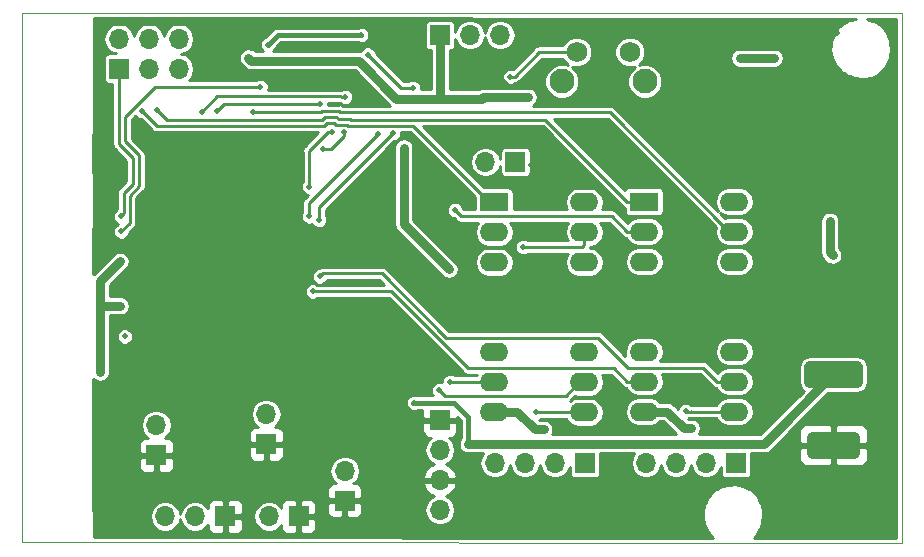
<source format=gbr>
G04 #@! TF.GenerationSoftware,KiCad,Pcbnew,(6.0.0-rc1-dev-1030-g80d50d98b)*
G04 #@! TF.CreationDate,2019-02-21T10:42:04-07:00*
G04 #@! TF.ProjectId,airmed_board_w2.0,6169726D65645F626F6172645F77322E,rev?*
G04 #@! TF.SameCoordinates,Original*
G04 #@! TF.FileFunction,Copper,L2,Bot*
G04 #@! TF.FilePolarity,Positive*
%FSLAX46Y46*%
G04 Gerber Fmt 4.6, Leading zero omitted, Abs format (unit mm)*
G04 Created by KiCad (PCBNEW (6.0.0-rc1-dev-1030-g80d50d98b)) date Thursday, February 21, 2019 at 10:42:04 AM*
%MOMM*%
%LPD*%
G01*
G04 APERTURE LIST*
G04 #@! TA.AperFunction,NonConductor*
%ADD10C,0.050000*%
G04 #@! TD*
G04 #@! TA.AperFunction,ComponentPad*
%ADD11O,1.700000X1.700000*%
G04 #@! TD*
G04 #@! TA.AperFunction,ComponentPad*
%ADD12R,1.700000X1.700000*%
G04 #@! TD*
G04 #@! TA.AperFunction,ComponentPad*
%ADD13O,2.400000X1.600000*%
G04 #@! TD*
G04 #@! TA.AperFunction,ComponentPad*
%ADD14R,2.400000X1.600000*%
G04 #@! TD*
G04 #@! TA.AperFunction,ComponentPad*
%ADD15C,2.100000*%
G04 #@! TD*
G04 #@! TA.AperFunction,ComponentPad*
%ADD16C,1.750000*%
G04 #@! TD*
G04 #@! TA.AperFunction,Conductor*
%ADD17C,0.025400*%
G04 #@! TD*
G04 #@! TA.AperFunction,ComponentPad*
%ADD18C,2.300000*%
G04 #@! TD*
G04 #@! TA.AperFunction,ViaPad*
%ADD19C,0.508000*%
G04 #@! TD*
G04 #@! TA.AperFunction,Conductor*
%ADD20C,0.254000*%
G04 #@! TD*
G04 #@! TA.AperFunction,Conductor*
%ADD21C,0.762000*%
G04 #@! TD*
G04 #@! TA.AperFunction,Conductor*
%ADD22C,0.381000*%
G04 #@! TD*
G04 APERTURE END LIST*
D10*
X113487200Y-135255000D02*
X113487200Y-90474800D01*
X187934600Y-135382000D02*
X113487200Y-135255000D01*
X187934600Y-90500200D02*
X187934600Y-135382000D01*
X113487200Y-90474800D02*
X187934600Y-90500200D01*
D11*
G04 #@! TO.P,J5,2*
G04 #@! TO.N,Net-(IC2-Pad5)*
X152704800Y-103098600D03*
D12*
G04 #@! TO.P,J5,1*
G04 #@! TO.N,/FLASH_MOSI*
X155244800Y-103098600D03*
G04 #@! TD*
D11*
G04 #@! TO.P,J9,4*
G04 #@! TO.N,/GPIO4*
X148844000Y-132562600D03*
G04 #@! TO.P,J9,3*
G04 #@! TO.N,GND*
X148844000Y-130022600D03*
G04 #@! TO.P,J9,2*
G04 #@! TO.N,Net-(J9-Pad2)*
X148844000Y-127482600D03*
D12*
G04 #@! TO.P,J9,1*
G04 #@! TO.N,GND*
X148844000Y-124942600D03*
G04 #@! TD*
D11*
G04 #@! TO.P,J1,3*
G04 #@! TO.N,/GPIO12*
X153949400Y-92354400D03*
G04 #@! TO.P,J1,2*
G04 #@! TO.N,/GPIO13*
X151409400Y-92354400D03*
D12*
G04 #@! TO.P,J1,1*
G04 #@! TO.N,+3V3*
X148869400Y-92354400D03*
G04 #@! TD*
D11*
G04 #@! TO.P,J10,2*
G04 #@! TO.N,Net-(J10-Pad2)*
X124834477Y-125374337D03*
D12*
G04 #@! TO.P,J10,1*
G04 #@! TO.N,GND*
X124834477Y-127914337D03*
G04 #@! TD*
D13*
G04 #@! TO.P,U3,16*
G04 #@! TO.N,+5V*
X173760644Y-106435512D03*
G04 #@! TO.P,U3,8*
X166140644Y-124215512D03*
G04 #@! TO.P,U3,15*
G04 #@! TO.N,/GPIO28*
X173760644Y-108975512D03*
G04 #@! TO.P,U3,7*
G04 #@! TO.N,/GPIO14*
X166140644Y-121675512D03*
G04 #@! TO.P,U3,14*
G04 #@! TO.N,Net-(M1-Pad2)*
X173760644Y-111515512D03*
G04 #@! TO.P,U3,6*
G04 #@! TO.N,Net-(M1-Pad4)*
X166140644Y-119135512D03*
G04 #@! TO.P,U3,13*
G04 #@! TO.N,GND*
X173760644Y-114055512D03*
G04 #@! TO.P,U3,5*
X166140644Y-116595512D03*
G04 #@! TO.P,U3,12*
X173760644Y-116595512D03*
G04 #@! TO.P,U3,4*
X166140644Y-114055512D03*
G04 #@! TO.P,U3,11*
G04 #@! TO.N,Net-(M1-Pad1)*
X173760644Y-119135512D03*
G04 #@! TO.P,U3,3*
G04 #@! TO.N,Net-(M1-Pad3)*
X166140644Y-111515512D03*
G04 #@! TO.P,U3,10*
G04 #@! TO.N,/GPIO15*
X173760644Y-121675512D03*
G04 #@! TO.P,U3,2*
G04 #@! TO.N,/GPIO22*
X166140644Y-108975512D03*
G04 #@! TO.P,U3,9*
G04 #@! TO.N,/GPIO26*
X173760644Y-124215512D03*
D14*
G04 #@! TO.P,U3,1*
X166140644Y-106435512D03*
G04 #@! TD*
D11*
G04 #@! TO.P,J8,2*
G04 #@! TO.N,/GPIO3*
X134137400Y-124434600D03*
D12*
G04 #@! TO.P,J8,1*
G04 #@! TO.N,GND*
X134137400Y-126974600D03*
G04 #@! TD*
D11*
G04 #@! TO.P,J12,3*
G04 #@! TO.N,/GPIO2*
X125603000Y-133096000D03*
G04 #@! TO.P,J12,2*
G04 #@! TO.N,+3V3*
X128143000Y-133096000D03*
D12*
G04 #@! TO.P,J12,1*
G04 #@! TO.N,GND*
X130683000Y-133096000D03*
G04 #@! TD*
D11*
G04 #@! TO.P,J11,2*
G04 #@! TO.N,+3V3*
X134340600Y-133096000D03*
D12*
G04 #@! TO.P,J11,1*
G04 #@! TO.N,GND*
X136880600Y-133096000D03*
G04 #@! TD*
D11*
G04 #@! TO.P,J7,2*
G04 #@! TO.N,Net-(D6-Pad1)*
X140792200Y-129235200D03*
D12*
G04 #@! TO.P,J7,1*
G04 #@! TO.N,GND*
X140792200Y-131775200D03*
G04 #@! TD*
D11*
G04 #@! TO.P,M1,4*
G04 #@! TO.N,Net-(M1-Pad4)*
X166293044Y-128584312D03*
G04 #@! TO.P,M1,3*
G04 #@! TO.N,Net-(M1-Pad3)*
X168833044Y-128584312D03*
G04 #@! TO.P,M1,2*
G04 #@! TO.N,Net-(M1-Pad2)*
X171373044Y-128584312D03*
D12*
G04 #@! TO.P,M1,1*
G04 #@! TO.N,Net-(M1-Pad1)*
X173913044Y-128584312D03*
G04 #@! TD*
D15*
G04 #@! TO.P,SW1,*
G04 #@! TO.N,*
X159176400Y-96266800D03*
D16*
G04 #@! TO.P,SW1,1*
G04 #@! TO.N,/nRESET*
X160426400Y-93776800D03*
G04 #@! TO.P,SW1,2*
G04 #@! TO.N,Net-(R8-Pad1)*
X164926400Y-93776800D03*
D15*
G04 #@! TO.P,SW1,*
G04 #@! TO.N,*
X166186400Y-96266800D03*
G04 #@! TD*
D11*
G04 #@! TO.P,J3,6*
G04 #@! TO.N,Net-(J3-Pad2)*
X126746000Y-92646500D03*
G04 #@! TO.P,J3,5*
G04 #@! TO.N,/SOP2*
X126746000Y-95186500D03*
G04 #@! TO.P,J3,4*
G04 #@! TO.N,Net-(J3-Pad2)*
X124206000Y-92646500D03*
G04 #@! TO.P,J3,3*
G04 #@! TO.N,/SOP1*
X124206000Y-95186500D03*
G04 #@! TO.P,J3,2*
G04 #@! TO.N,Net-(J3-Pad2)*
X121666000Y-92646500D03*
D12*
G04 #@! TO.P,J3,1*
G04 #@! TO.N,/SOP0*
X121666000Y-95186500D03*
G04 #@! TD*
D17*
G04 #@! TO.N,GND*
G04 #@! TO.C,J2*
G36*
X183900160Y-125925169D02*
X183955977Y-125933448D01*
X184010714Y-125947159D01*
X184063843Y-125966169D01*
X184114853Y-125990295D01*
X184163253Y-126019305D01*
X184208576Y-126052919D01*
X184250386Y-126090814D01*
X184288281Y-126132624D01*
X184321895Y-126177947D01*
X184350905Y-126226347D01*
X184375031Y-126277357D01*
X184394041Y-126330486D01*
X184407752Y-126385223D01*
X184416031Y-126441040D01*
X184418800Y-126497400D01*
X184418800Y-127647400D01*
X184416031Y-127703760D01*
X184407752Y-127759577D01*
X184394041Y-127814314D01*
X184375031Y-127867443D01*
X184350905Y-127918453D01*
X184321895Y-127966853D01*
X184288281Y-128012176D01*
X184250386Y-128053986D01*
X184208576Y-128091881D01*
X184163253Y-128125495D01*
X184114853Y-128154505D01*
X184063843Y-128178631D01*
X184010714Y-128197641D01*
X183955977Y-128211352D01*
X183900160Y-128219631D01*
X183843800Y-128222400D01*
X180493800Y-128222400D01*
X180437440Y-128219631D01*
X180381623Y-128211352D01*
X180326886Y-128197641D01*
X180273757Y-128178631D01*
X180222747Y-128154505D01*
X180174347Y-128125495D01*
X180129024Y-128091881D01*
X180087214Y-128053986D01*
X180049319Y-128012176D01*
X180015705Y-127966853D01*
X179986695Y-127918453D01*
X179962569Y-127867443D01*
X179943559Y-127814314D01*
X179929848Y-127759577D01*
X179921569Y-127703760D01*
X179918800Y-127647400D01*
X179918800Y-126497400D01*
X179921569Y-126441040D01*
X179929848Y-126385223D01*
X179943559Y-126330486D01*
X179962569Y-126277357D01*
X179986695Y-126226347D01*
X180015705Y-126177947D01*
X180049319Y-126132624D01*
X180087214Y-126090814D01*
X180129024Y-126052919D01*
X180174347Y-126019305D01*
X180222747Y-125990295D01*
X180273757Y-125966169D01*
X180326886Y-125947159D01*
X180381623Y-125933448D01*
X180437440Y-125925169D01*
X180493800Y-125922400D01*
X183843800Y-125922400D01*
X183900160Y-125925169D01*
X183900160Y-125925169D01*
G37*
D18*
G04 #@! TD*
G04 #@! TO.P,J2,2*
G04 #@! TO.N,GND*
X182168800Y-127072400D03*
D17*
G04 #@! TO.N,+12V*
G04 #@! TO.C,J2*
G36*
X184150160Y-119925169D02*
X184205977Y-119933448D01*
X184260714Y-119947159D01*
X184313843Y-119966169D01*
X184364853Y-119990295D01*
X184413253Y-120019305D01*
X184458576Y-120052919D01*
X184500386Y-120090814D01*
X184538281Y-120132624D01*
X184571895Y-120177947D01*
X184600905Y-120226347D01*
X184625031Y-120277357D01*
X184644041Y-120330486D01*
X184657752Y-120385223D01*
X184666031Y-120441040D01*
X184668800Y-120497400D01*
X184668800Y-121647400D01*
X184666031Y-121703760D01*
X184657752Y-121759577D01*
X184644041Y-121814314D01*
X184625031Y-121867443D01*
X184600905Y-121918453D01*
X184571895Y-121966853D01*
X184538281Y-122012176D01*
X184500386Y-122053986D01*
X184458576Y-122091881D01*
X184413253Y-122125495D01*
X184364853Y-122154505D01*
X184313843Y-122178631D01*
X184260714Y-122197641D01*
X184205977Y-122211352D01*
X184150160Y-122219631D01*
X184093800Y-122222400D01*
X180243800Y-122222400D01*
X180187440Y-122219631D01*
X180131623Y-122211352D01*
X180076886Y-122197641D01*
X180023757Y-122178631D01*
X179972747Y-122154505D01*
X179924347Y-122125495D01*
X179879024Y-122091881D01*
X179837214Y-122053986D01*
X179799319Y-122012176D01*
X179765705Y-121966853D01*
X179736695Y-121918453D01*
X179712569Y-121867443D01*
X179693559Y-121814314D01*
X179679848Y-121759577D01*
X179671569Y-121703760D01*
X179668800Y-121647400D01*
X179668800Y-120497400D01*
X179671569Y-120441040D01*
X179679848Y-120385223D01*
X179693559Y-120330486D01*
X179712569Y-120277357D01*
X179736695Y-120226347D01*
X179765705Y-120177947D01*
X179799319Y-120132624D01*
X179837214Y-120090814D01*
X179879024Y-120052919D01*
X179924347Y-120019305D01*
X179972747Y-119990295D01*
X180023757Y-119966169D01*
X180076886Y-119947159D01*
X180131623Y-119933448D01*
X180187440Y-119925169D01*
X180243800Y-119922400D01*
X184093800Y-119922400D01*
X184150160Y-119925169D01*
X184150160Y-119925169D01*
G37*
D18*
G04 #@! TD*
G04 #@! TO.P,J2,1*
G04 #@! TO.N,+12V*
X182168800Y-121072400D03*
D12*
G04 #@! TO.P,M2,1*
G04 #@! TO.N,Net-(M2-Pad1)*
X161111444Y-128584312D03*
D11*
G04 #@! TO.P,M2,2*
G04 #@! TO.N,Net-(M2-Pad2)*
X158571444Y-128584312D03*
G04 #@! TO.P,M2,3*
G04 #@! TO.N,Net-(M2-Pad3)*
X156031444Y-128584312D03*
G04 #@! TO.P,M2,4*
G04 #@! TO.N,Net-(M2-Pad4)*
X153491444Y-128584312D03*
G04 #@! TD*
D14*
G04 #@! TO.P,U4,1*
G04 #@! TO.N,/GPIO27*
X153440644Y-106486312D03*
D13*
G04 #@! TO.P,U4,9*
X161060644Y-124266312D03*
G04 #@! TO.P,U4,2*
G04 #@! TO.N,/GPIO17*
X153440644Y-109026312D03*
G04 #@! TO.P,U4,10*
G04 #@! TO.N,/GPIO7*
X161060644Y-121726312D03*
G04 #@! TO.P,U4,3*
G04 #@! TO.N,Net-(M2-Pad3)*
X153440644Y-111566312D03*
G04 #@! TO.P,U4,11*
G04 #@! TO.N,Net-(M2-Pad1)*
X161060644Y-119186312D03*
G04 #@! TO.P,U4,4*
G04 #@! TO.N,GND*
X153440644Y-114106312D03*
G04 #@! TO.P,U4,12*
X161060644Y-116646312D03*
G04 #@! TO.P,U4,5*
X153440644Y-116646312D03*
G04 #@! TO.P,U4,13*
X161060644Y-114106312D03*
G04 #@! TO.P,U4,6*
G04 #@! TO.N,Net-(M2-Pad4)*
X153440644Y-119186312D03*
G04 #@! TO.P,U4,14*
G04 #@! TO.N,Net-(M2-Pad2)*
X161060644Y-111566312D03*
G04 #@! TO.P,U4,7*
G04 #@! TO.N,/GPIO8*
X153440644Y-121726312D03*
G04 #@! TO.P,U4,15*
G04 #@! TO.N,/GPIO16*
X161060644Y-109026312D03*
G04 #@! TO.P,U4,8*
G04 #@! TO.N,+5V*
X153440644Y-124266312D03*
G04 #@! TO.P,U4,16*
X161060644Y-106486312D03*
G04 #@! TD*
D19*
G04 #@! TO.N,GND*
X178687772Y-109815812D03*
X179881572Y-110933412D03*
X178687772Y-110958812D03*
X179830772Y-109815812D03*
X179271972Y-110374612D03*
X175945464Y-97726208D03*
X177139264Y-96481608D03*
X177139264Y-97700808D03*
X175970864Y-96507008D03*
X176555064Y-97091208D03*
X134010400Y-111150400D03*
X132435600Y-111125000D03*
X130962400Y-111150400D03*
X129463800Y-111150400D03*
X128016000Y-111150400D03*
X126441200Y-111150400D03*
X126365000Y-108102400D03*
X128016000Y-108127800D03*
X129413000Y-108077000D03*
X131013200Y-108077000D03*
X132410200Y-108077000D03*
X134010400Y-108051600D03*
X133223000Y-107289600D03*
X133223000Y-108864400D03*
X133197600Y-110312200D03*
X133197600Y-111887000D03*
X127203200Y-111887000D03*
X127203200Y-110337600D03*
X127177800Y-108864400D03*
X127203200Y-107289600D03*
X130200400Y-107315000D03*
X130200400Y-108864400D03*
X130175000Y-110312200D03*
X130175000Y-111887000D03*
X130175000Y-113309400D03*
X130200400Y-114884200D03*
X133197600Y-113309400D03*
X133197600Y-114884200D03*
X133985000Y-114096800D03*
X132410200Y-114122200D03*
X131013200Y-114122200D03*
X129413000Y-114122200D03*
X127990600Y-114071400D03*
X126415800Y-114096800D03*
X127203200Y-114884200D03*
X127203200Y-113334800D03*
X122148600Y-112776000D03*
X119786400Y-98628200D03*
X119786400Y-94894400D03*
X119786400Y-92176600D03*
X140081000Y-110109000D03*
X144856200Y-111328200D03*
X141122400Y-113207800D03*
X178003200Y-114706400D03*
X119761000Y-93446600D03*
X119786400Y-91084400D03*
X119786400Y-96037400D03*
X119786400Y-97307400D03*
X183438800Y-110871000D03*
X163728400Y-115303300D03*
X163715700Y-114414300D03*
X163728400Y-116243100D03*
X150952200Y-115354100D03*
X150952200Y-114325400D03*
X150952200Y-116408200D03*
X153492200Y-132499100D03*
X155613100Y-132499100D03*
X157772100Y-132473700D03*
X159956500Y-132461000D03*
X167043100Y-132461000D03*
X168986200Y-132461000D03*
X170853100Y-132461000D03*
X176403000Y-132461000D03*
X178358800Y-132461000D03*
X180454300Y-132461000D03*
X182410100Y-132422900D03*
X184442100Y-132422900D03*
X178371500Y-92176600D03*
X180454300Y-92202000D03*
X182473600Y-92202000D03*
X156552900Y-103352600D03*
X162585400Y-95554800D03*
X119786400Y-130708400D03*
X119786400Y-132130800D03*
X119786400Y-133705600D03*
X155905200Y-111887000D03*
X169824400Y-107213400D03*
X148869400Y-119126000D03*
X119811800Y-129260600D03*
X119811800Y-127787400D03*
X119837200Y-126288800D03*
X119837200Y-124993400D03*
X119837200Y-123596400D03*
X119837200Y-122072400D03*
X122986800Y-123799600D03*
X128016000Y-130073400D03*
X130708400Y-129971800D03*
X130683000Y-124612400D03*
X137058400Y-128727200D03*
X144424400Y-127101600D03*
X162509200Y-91922600D03*
X157632400Y-91871800D03*
X131775200Y-92202000D03*
X144424400Y-92710000D03*
X126949200Y-122326400D03*
X137871195Y-100711009D03*
X151231600Y-96672400D03*
X143560800Y-105714800D03*
G04 #@! TO.N,/GPIO8*
X149707600Y-121716800D03*
G04 #@! TO.N,/GPIO7*
X148793200Y-122402600D03*
G04 #@! TO.N,/GPIO30*
X122174000Y-117856000D03*
G04 #@! TO.N,/nRESET*
X121869200Y-108966000D03*
X133654800Y-96723200D03*
X154813000Y-95859600D03*
X142748000Y-93993390D03*
X146558000Y-96824800D03*
G04 #@! TO.N,/SOP0*
X121818400Y-107696000D03*
G04 #@! TO.N,/GPIO27*
X156997390Y-124256800D03*
X123621800Y-98780600D03*
G04 #@! TO.N,/GPIO26*
X169672000Y-124155200D03*
X124891800Y-98704400D03*
G04 #@! TO.N,/JTAG_TMS*
X128701800Y-98831400D03*
X140817600Y-97561400D03*
G04 #@! TO.N,/JTAG_TCK*
X129971800Y-98780600D03*
X138707495Y-98169180D03*
G04 #@! TO.N,/GPIO28*
X133026999Y-98882210D03*
G04 #@! TO.N,/FLASH_CLK*
X140694179Y-100563789D03*
X138967017Y-101959217D03*
G04 #@! TO.N,/JTAG_TDI*
X137769606Y-105181400D03*
X139700001Y-100584000D03*
G04 #@! TO.N,/GPIO22*
X150119189Y-107182811D03*
G04 #@! TO.N,/GPIO13*
X137769600Y-107696000D03*
X143637000Y-100685600D03*
G04 #@! TO.N,/GPIO12*
X138633200Y-108000800D03*
X144881600Y-100660231D03*
G04 #@! TO.N,/GPIO16*
X155905200Y-110286800D03*
G04 #@! TO.N,/GPIO15*
X138684000Y-112776000D03*
G04 #@! TO.N,/GPIO14*
X138074400Y-114046000D03*
G04 #@! TO.N,+12V*
X146659600Y-123478832D03*
G04 #@! TO.N,Net-(J4-Pad1)*
X142189200Y-92329000D03*
X134289800Y-93141800D03*
G04 #@! TO.N,+3V3*
X174218264Y-94297208D03*
X177113864Y-94297208D03*
X120093600Y-120901600D03*
X121767600Y-111506000D03*
X121793000Y-115265200D03*
X132638800Y-94259400D03*
X145770600Y-101904800D03*
X149606100Y-112166400D03*
X145770600Y-105867200D03*
X156337000Y-97612200D03*
X145872200Y-97713801D03*
G04 #@! TO.N,+5V*
X182091372Y-110984212D03*
X181837373Y-108114013D03*
X170129200Y-125628400D03*
X157632400Y-125730000D03*
G04 #@! TD*
D20*
G04 #@! TO.N,GND*
X124180600Y-112776000D02*
X124180600Y-112776000D01*
G04 #@! TO.N,/GPIO8*
X151986644Y-121726312D02*
X151977132Y-121716800D01*
X153440644Y-121726312D02*
X151986644Y-121726312D01*
X151977132Y-121716800D02*
X149707600Y-121716800D01*
X149707600Y-121716800D02*
X149707600Y-121716800D01*
G04 #@! TO.N,/GPIO7*
X159479634Y-122907322D02*
X149297922Y-122907322D01*
X160660644Y-121726312D02*
X159479634Y-122907322D01*
X161060644Y-121726312D02*
X160660644Y-121726312D01*
X149297922Y-122907322D02*
X148793200Y-122402600D01*
X148793200Y-122402600D02*
X148793200Y-122402600D01*
G04 #@! TO.N,/GPIO30*
X122174000Y-117856000D02*
X122174000Y-117856000D01*
G04 #@! TO.N,/nRESET*
X122580409Y-108254791D02*
X122580409Y-107652425D01*
X121869200Y-108966000D02*
X122580409Y-108254791D01*
X122580409Y-107652425D02*
X122580409Y-105925225D01*
X123367810Y-105137824D02*
X123367809Y-102532575D01*
X122580409Y-105925225D02*
X123367810Y-105137824D01*
X123367809Y-102532575D02*
X122174010Y-101338776D01*
X122174010Y-99288588D02*
X124739398Y-96723200D01*
X122174010Y-101338776D02*
X122174010Y-99288588D01*
X124739398Y-96723200D02*
X133654800Y-96723200D01*
X133654800Y-96723200D02*
X133680200Y-96723200D01*
X155172210Y-95859600D02*
X157255010Y-93776800D01*
X159188964Y-93776800D02*
X160426400Y-93776800D01*
X157255010Y-93776800D02*
X159188964Y-93776800D01*
X154813000Y-95859600D02*
X155172210Y-95859600D01*
X142748000Y-93993390D02*
X145579410Y-96824800D01*
X145579410Y-96824800D02*
X146558000Y-96824800D01*
X146558000Y-96824800D02*
X146558000Y-96824800D01*
G04 #@! TO.N,/SOP0*
X122072399Y-107442001D02*
X122072399Y-105714801D01*
X121818400Y-107696000D02*
X122072399Y-107442001D01*
X122072399Y-105714801D02*
X122859800Y-104927400D01*
X122859800Y-104927400D02*
X122859800Y-102743000D01*
X121666000Y-101549200D02*
X121666000Y-95186500D01*
X122859800Y-102743000D02*
X121666000Y-101549200D01*
G04 #@! TO.N,/GPIO27*
X157073600Y-124256800D02*
X157073600Y-124256800D01*
X161060644Y-124266312D02*
X157006902Y-124266312D01*
X157006902Y-124266312D02*
X156997390Y-124256800D01*
X141095413Y-100025221D02*
X146579553Y-100025221D01*
X139288780Y-99799610D02*
X139898384Y-99799610D01*
X139063169Y-100025221D02*
X139288780Y-99799610D01*
X124866421Y-100025221D02*
X139063169Y-100025221D01*
X139898384Y-99799610D02*
X140027562Y-99928788D01*
X140998980Y-99928788D02*
X141095413Y-100025221D01*
X123621800Y-98780600D02*
X124866421Y-100025221D01*
X153040644Y-106486312D02*
X153440644Y-106486312D01*
X140027562Y-99928788D02*
X140998980Y-99928788D01*
X146579553Y-100025221D02*
X153040644Y-106486312D01*
G04 #@! TO.N,/GPIO26*
X170078400Y-124206000D02*
X170078400Y-124206000D01*
X173760644Y-124215512D02*
X169732312Y-124215512D01*
X169732312Y-124215512D02*
X169672000Y-124155200D01*
X124891800Y-98704400D02*
X125704610Y-99517210D01*
X157768343Y-99517211D02*
X164686644Y-106435512D01*
X164686644Y-106435512D02*
X166140644Y-106435512D01*
X141209406Y-99420778D02*
X141305838Y-99517210D01*
X141305838Y-99517210D02*
X157768343Y-99517211D01*
X140108810Y-99291600D02*
X140237987Y-99420777D01*
X139078355Y-99291599D02*
X140108810Y-99291600D01*
X140237987Y-99420777D02*
X141209406Y-99420778D01*
X138852744Y-99517210D02*
X139078355Y-99291599D01*
X125704610Y-99517210D02*
X138852744Y-99517210D01*
G04 #@! TO.N,/JTAG_TMS*
X128701800Y-98831400D02*
X128701800Y-98831400D01*
X129999022Y-97534178D02*
X140431168Y-97534178D01*
X140431168Y-97534178D02*
X140458390Y-97561400D01*
X140458390Y-97561400D02*
X140817600Y-97561400D01*
X128701800Y-98831400D02*
X129999022Y-97534178D01*
G04 #@! TO.N,/JTAG_TCK*
X129971800Y-98780600D02*
X129971800Y-98780600D01*
X130583220Y-98169180D02*
X138348285Y-98169180D01*
X138348285Y-98169180D02*
X138707495Y-98169180D01*
X129971800Y-98780600D02*
X130583220Y-98169180D01*
G04 #@! TO.N,/GPIO28*
X140319236Y-98783590D02*
X140417856Y-98882210D01*
X133026999Y-98882210D02*
X138769308Y-98882210D01*
X173360644Y-108975512D02*
X173760644Y-108975512D01*
X138867931Y-98783589D02*
X140319236Y-98783590D01*
X138769308Y-98882210D02*
X138867931Y-98783589D01*
X140417856Y-98882210D02*
X163267342Y-98882210D01*
X163267342Y-98882210D02*
X173360644Y-108975512D01*
G04 #@! TO.N,/FLASH_CLK*
X140694179Y-100533231D02*
X140694179Y-100533231D01*
X140694179Y-100563789D02*
X140694179Y-100922999D01*
X140694179Y-100922999D02*
X139657961Y-101959217D01*
X139657961Y-101959217D02*
X139326227Y-101959217D01*
X139326227Y-101959217D02*
X138967017Y-101959217D01*
G04 #@! TO.N,/JTAG_TDI*
X139319000Y-100533231D02*
X139319000Y-100533231D01*
X137769606Y-102155185D02*
X139340791Y-100584000D01*
X139340791Y-100584000D02*
X139700001Y-100584000D01*
X137769606Y-105181400D02*
X137769606Y-102155185D01*
G04 #@! TO.N,/GPIO22*
X164686644Y-108975512D02*
X166140644Y-108975512D01*
X163378454Y-107667322D02*
X164686644Y-108975512D01*
X150603700Y-107667322D02*
X163378454Y-107667322D01*
X150119189Y-107182811D02*
X150119189Y-107182811D01*
X150119189Y-107182811D02*
X150603700Y-107667322D01*
G04 #@! TO.N,/GPIO13*
X137769600Y-107696000D02*
X137769600Y-106553000D01*
X143383001Y-100939599D02*
X143637000Y-100685600D01*
X137769600Y-106553000D02*
X143383001Y-100939599D01*
G04 #@! TO.N,/GPIO12*
X144881600Y-100540434D02*
X144881600Y-100540434D01*
X138633200Y-106908631D02*
X144627601Y-100914230D01*
X138633200Y-108000800D02*
X138633200Y-106908631D01*
X144627601Y-100914230D02*
X144881600Y-100660231D01*
G04 #@! TO.N,/GPIO16*
X161060644Y-110080312D02*
X161060644Y-109026312D01*
X160854156Y-110286800D02*
X161060644Y-110080312D01*
X155905200Y-110286800D02*
X160854156Y-110286800D01*
G04 #@! TO.N,/GPIO15*
X171125634Y-120494502D02*
X172306644Y-121675512D01*
X172306644Y-121675512D02*
X173760644Y-121675512D01*
X162226702Y-117954502D02*
X164766702Y-120494502D01*
X143923637Y-112522001D02*
X149356138Y-117954502D01*
X164766702Y-120494502D02*
X171125634Y-120494502D01*
X149356138Y-117954502D02*
X162226702Y-117954502D01*
X138937999Y-112522001D02*
X143923637Y-112522001D01*
X138684000Y-112776000D02*
X138937999Y-112522001D01*
G04 #@! TO.N,/GPIO14*
X163556434Y-120545302D02*
X164686644Y-121675512D01*
X151228504Y-120545302D02*
X163556434Y-120545302D01*
X144729202Y-114046000D02*
X151228504Y-120545302D01*
X164686644Y-121675512D02*
X166140644Y-121675512D01*
X138074400Y-114046000D02*
X144729202Y-114046000D01*
D21*
G04 #@! TO.N,+12V*
X176292000Y-126949200D02*
X182168800Y-121072400D01*
X151257000Y-126949200D02*
X176292000Y-126949200D01*
D22*
X151257000Y-124714000D02*
X151257000Y-126949200D01*
X150021832Y-123478832D02*
X151257000Y-124714000D01*
X146592832Y-123478832D02*
X146659600Y-123478832D01*
X146659600Y-123478832D02*
X150021832Y-123478832D01*
G04 #@! TO.N,Net-(J4-Pad1)*
X142189200Y-92329000D02*
X142189200Y-92329000D01*
X134543799Y-92887801D02*
X134289800Y-93141800D01*
X142189200Y-92329000D02*
X135102600Y-92329000D01*
X135102600Y-92329000D02*
X134543799Y-92887801D01*
D20*
G04 #@! TO.N,+3V3*
X174218264Y-94297208D02*
X174218264Y-94297208D01*
D21*
X174218264Y-94297208D02*
X177113864Y-94297208D01*
X120093600Y-113180000D02*
X121767600Y-111506000D01*
X121767600Y-111506000D02*
X121767600Y-111506000D01*
X120093600Y-115265200D02*
X121793000Y-115265200D01*
X120093600Y-120901600D02*
X120093600Y-115265200D01*
X120093600Y-115265200D02*
X120093600Y-113180000D01*
X121793000Y-115265200D02*
X121793000Y-115265200D01*
X145770600Y-101904800D02*
X145770600Y-105867200D01*
X148869400Y-92354400D02*
X148869400Y-93966400D01*
X156337000Y-97612200D02*
X156337000Y-97612200D01*
X145770600Y-108330900D02*
X149606100Y-112166400D01*
X145770600Y-105867200D02*
X145770600Y-108330900D01*
X152515200Y-97612200D02*
X156337000Y-97612200D01*
X152413599Y-97713801D02*
X152515200Y-97612200D01*
X141952287Y-94513399D02*
X145152689Y-97713801D01*
X132638800Y-94259400D02*
X132892799Y-94513399D01*
X145152689Y-97713801D02*
X145872200Y-97713801D01*
X132892799Y-94513399D02*
X141952287Y-94513399D01*
X148869400Y-93966400D02*
X148869400Y-97713801D01*
X148869400Y-97713801D02*
X152413599Y-97713801D01*
X145872200Y-97713801D02*
X148869400Y-97713801D01*
D20*
G04 #@! TO.N,+5V*
X181837373Y-108114013D02*
X181837373Y-108114013D01*
D21*
X181837373Y-110730213D02*
X182091372Y-110984212D01*
X181837373Y-108114013D02*
X181837373Y-110730213D01*
X166140644Y-124215512D02*
X168102644Y-124215512D01*
X169515532Y-125628400D02*
X170129200Y-125628400D01*
X170129200Y-125628400D02*
X169515532Y-125628400D01*
X169515532Y-125628400D02*
X168102644Y-124215512D01*
X155402644Y-124266312D02*
X156866332Y-125730000D01*
X153440644Y-124266312D02*
X155402644Y-124266312D01*
X156866332Y-125730000D02*
X157632400Y-125730000D01*
X157632400Y-125730000D02*
X157632400Y-125730000D01*
G04 #@! TD*
D20*
G04 #@! TO.N,GND*
G36*
X184074721Y-90955683D02*
X183968715Y-90985970D01*
X183695482Y-91035649D01*
X183693293Y-91036066D01*
X183439293Y-91086866D01*
X183401190Y-91101133D01*
X183223390Y-91202733D01*
X183207064Y-91213830D01*
X183090571Y-91307025D01*
X182899404Y-91402608D01*
X182873549Y-91419774D01*
X182695749Y-91572174D01*
X182674358Y-91595770D01*
X182499293Y-91845862D01*
X182273707Y-92121579D01*
X182251517Y-92161839D01*
X182178170Y-92381880D01*
X182055208Y-92627804D01*
X182046686Y-92649710D01*
X181995886Y-92827510D01*
X181994792Y-92831598D01*
X181943992Y-93034798D01*
X181940722Y-93054102D01*
X181915322Y-93333502D01*
X181914800Y-93345000D01*
X181914800Y-93726000D01*
X181921317Y-93766161D01*
X181968141Y-93906634D01*
X181991981Y-94097352D01*
X182000083Y-94128767D01*
X182050375Y-94254497D01*
X182126086Y-94456393D01*
X182127083Y-94458967D01*
X182177883Y-94585967D01*
X182186898Y-94604141D01*
X182260593Y-94726966D01*
X182309208Y-94824196D01*
X182325236Y-94848703D01*
X182447893Y-94995891D01*
X182545730Y-95142647D01*
X182561597Y-95162003D01*
X182655769Y-95256174D01*
X182776656Y-95425417D01*
X182812690Y-95459296D01*
X183015890Y-95586296D01*
X183016640Y-95586761D01*
X183346840Y-95789961D01*
X183373239Y-95802283D01*
X183449439Y-95827683D01*
X183452251Y-95828584D01*
X183782451Y-95930184D01*
X183807163Y-95935170D01*
X184056418Y-95960096D01*
X184483529Y-96035468D01*
X184492963Y-96036770D01*
X184746963Y-96062170D01*
X184779665Y-96061205D01*
X185414665Y-95959605D01*
X185451396Y-95947792D01*
X185959396Y-95693792D01*
X185992403Y-95670003D01*
X186398803Y-95263603D01*
X186414670Y-95244247D01*
X186617870Y-94939447D01*
X186628254Y-94920580D01*
X186722678Y-94708126D01*
X186838364Y-94569303D01*
X186864008Y-94518802D01*
X186940208Y-94214002D01*
X186943019Y-94198952D01*
X186968097Y-93998332D01*
X187018472Y-93696079D01*
X187020200Y-93675200D01*
X187020200Y-93446600D01*
X187019826Y-93436860D01*
X186994426Y-93106660D01*
X186991776Y-93088850D01*
X186942035Y-92865015D01*
X186917324Y-92692039D01*
X186907217Y-92657447D01*
X186780217Y-92378047D01*
X186778192Y-92373804D01*
X186574992Y-91967404D01*
X186557826Y-91941549D01*
X186253026Y-91585949D01*
X186239251Y-91572174D01*
X186061451Y-91419774D01*
X186060103Y-91418636D01*
X185907703Y-91291636D01*
X185870993Y-91270286D01*
X185464593Y-91117886D01*
X185456493Y-91115156D01*
X185210215Y-91041272D01*
X185018362Y-90956005D01*
X187477800Y-90956844D01*
X187477801Y-134924421D01*
X175409772Y-134903834D01*
X175578403Y-134735203D01*
X175594270Y-134715847D01*
X175797470Y-134411047D01*
X175807854Y-134392180D01*
X175902278Y-134179726D01*
X176017964Y-134040903D01*
X176043608Y-133990402D01*
X176119808Y-133685602D01*
X176122619Y-133670552D01*
X176147697Y-133469932D01*
X176198072Y-133167679D01*
X176199800Y-133146800D01*
X176199800Y-132918200D01*
X176199426Y-132908460D01*
X176174026Y-132578260D01*
X176171376Y-132560450D01*
X176121635Y-132336615D01*
X176096924Y-132163639D01*
X176086817Y-132129047D01*
X175959817Y-131849647D01*
X175957792Y-131845404D01*
X175754592Y-131439004D01*
X175737426Y-131413149D01*
X175432626Y-131057549D01*
X175418851Y-131043774D01*
X175241051Y-130891374D01*
X175239703Y-130890236D01*
X175087303Y-130763236D01*
X175050593Y-130741886D01*
X174644193Y-130589486D01*
X174636093Y-130586756D01*
X174389815Y-130512872D01*
X174168580Y-130414546D01*
X174128498Y-130404122D01*
X173849098Y-130378722D01*
X173830925Y-130378376D01*
X173348325Y-130403776D01*
X173320110Y-130408486D01*
X173148315Y-130457570D01*
X172875082Y-130507249D01*
X172872893Y-130507666D01*
X172618893Y-130558466D01*
X172580790Y-130572733D01*
X172402990Y-130674333D01*
X172386664Y-130685430D01*
X172270171Y-130778625D01*
X172079004Y-130874208D01*
X172053149Y-130891374D01*
X171875349Y-131043774D01*
X171853958Y-131067370D01*
X171678893Y-131317462D01*
X171453307Y-131593179D01*
X171431117Y-131633439D01*
X171357770Y-131853480D01*
X171234808Y-132099404D01*
X171226286Y-132121310D01*
X171175486Y-132299110D01*
X171174392Y-132303198D01*
X171123592Y-132506398D01*
X171120322Y-132525702D01*
X171094922Y-132805102D01*
X171094400Y-132816600D01*
X171094400Y-133197600D01*
X171100917Y-133237761D01*
X171147741Y-133378234D01*
X171171581Y-133568952D01*
X171179683Y-133600367D01*
X171229975Y-133726097D01*
X171305686Y-133927993D01*
X171306683Y-133930567D01*
X171357483Y-134057567D01*
X171366498Y-134075741D01*
X171440193Y-134198566D01*
X171488808Y-134295796D01*
X171504836Y-134320303D01*
X171627493Y-134467491D01*
X171725330Y-134614247D01*
X171741197Y-134633603D01*
X171835369Y-134727775D01*
X171956256Y-134897017D01*
X171957242Y-134897944D01*
X119591928Y-134808614D01*
X119518662Y-133096000D01*
X124296089Y-133096000D01*
X124395572Y-133596133D01*
X124678874Y-134020126D01*
X125102867Y-134303428D01*
X125476759Y-134377800D01*
X125729241Y-134377800D01*
X126103133Y-134303428D01*
X126527126Y-134020126D01*
X126810428Y-133596133D01*
X126873000Y-133281563D01*
X126935572Y-133596133D01*
X127218874Y-134020126D01*
X127642867Y-134303428D01*
X128016759Y-134377800D01*
X128269241Y-134377800D01*
X128643133Y-134303428D01*
X129067126Y-134020126D01*
X129198000Y-133824258D01*
X129198000Y-134072309D01*
X129294673Y-134305698D01*
X129473301Y-134484327D01*
X129706690Y-134581000D01*
X130397250Y-134581000D01*
X130556000Y-134422250D01*
X130556000Y-133223000D01*
X130810000Y-133223000D01*
X130810000Y-134422250D01*
X130968750Y-134581000D01*
X131659310Y-134581000D01*
X131892699Y-134484327D01*
X132071327Y-134305698D01*
X132168000Y-134072309D01*
X132168000Y-133381750D01*
X132009250Y-133223000D01*
X130810000Y-133223000D01*
X130556000Y-133223000D01*
X130536000Y-133223000D01*
X130536000Y-133096000D01*
X133033689Y-133096000D01*
X133133172Y-133596133D01*
X133416474Y-134020126D01*
X133840467Y-134303428D01*
X134214359Y-134377800D01*
X134466841Y-134377800D01*
X134840733Y-134303428D01*
X135264726Y-134020126D01*
X135395600Y-133824258D01*
X135395600Y-134072309D01*
X135492273Y-134305698D01*
X135670901Y-134484327D01*
X135904290Y-134581000D01*
X136594850Y-134581000D01*
X136753600Y-134422250D01*
X136753600Y-133223000D01*
X137007600Y-133223000D01*
X137007600Y-134422250D01*
X137166350Y-134581000D01*
X137856910Y-134581000D01*
X138090299Y-134484327D01*
X138268927Y-134305698D01*
X138365600Y-134072309D01*
X138365600Y-133381750D01*
X138206850Y-133223000D01*
X137007600Y-133223000D01*
X136753600Y-133223000D01*
X136733600Y-133223000D01*
X136733600Y-132969000D01*
X136753600Y-132969000D01*
X136753600Y-131769750D01*
X137007600Y-131769750D01*
X137007600Y-132969000D01*
X138206850Y-132969000D01*
X138365600Y-132810250D01*
X138365600Y-132119691D01*
X138341269Y-132060950D01*
X139307200Y-132060950D01*
X139307200Y-132751510D01*
X139403873Y-132984899D01*
X139582502Y-133163527D01*
X139815891Y-133260200D01*
X140506450Y-133260200D01*
X140665200Y-133101450D01*
X140665200Y-131902200D01*
X140919200Y-131902200D01*
X140919200Y-133101450D01*
X141077950Y-133260200D01*
X141768509Y-133260200D01*
X142001898Y-133163527D01*
X142180527Y-132984899D01*
X142277200Y-132751510D01*
X142277200Y-132060950D01*
X142118450Y-131902200D01*
X140919200Y-131902200D01*
X140665200Y-131902200D01*
X139465950Y-131902200D01*
X139307200Y-132060950D01*
X138341269Y-132060950D01*
X138268927Y-131886302D01*
X138090299Y-131707673D01*
X137856910Y-131611000D01*
X137166350Y-131611000D01*
X137007600Y-131769750D01*
X136753600Y-131769750D01*
X136594850Y-131611000D01*
X135904290Y-131611000D01*
X135670901Y-131707673D01*
X135492273Y-131886302D01*
X135395600Y-132119691D01*
X135395600Y-132367742D01*
X135264726Y-132171874D01*
X134840733Y-131888572D01*
X134466841Y-131814200D01*
X134214359Y-131814200D01*
X133840467Y-131888572D01*
X133416474Y-132171874D01*
X133133172Y-132595867D01*
X133033689Y-133096000D01*
X130536000Y-133096000D01*
X130536000Y-132969000D01*
X130556000Y-132969000D01*
X130556000Y-131769750D01*
X130810000Y-131769750D01*
X130810000Y-132969000D01*
X132009250Y-132969000D01*
X132168000Y-132810250D01*
X132168000Y-132119691D01*
X132071327Y-131886302D01*
X131892699Y-131707673D01*
X131659310Y-131611000D01*
X130968750Y-131611000D01*
X130810000Y-131769750D01*
X130556000Y-131769750D01*
X130397250Y-131611000D01*
X129706690Y-131611000D01*
X129473301Y-131707673D01*
X129294673Y-131886302D01*
X129198000Y-132119691D01*
X129198000Y-132367742D01*
X129067126Y-132171874D01*
X128643133Y-131888572D01*
X128269241Y-131814200D01*
X128016759Y-131814200D01*
X127642867Y-131888572D01*
X127218874Y-132171874D01*
X126935572Y-132595867D01*
X126873000Y-132910437D01*
X126810428Y-132595867D01*
X126527126Y-132171874D01*
X126103133Y-131888572D01*
X125729241Y-131814200D01*
X125476759Y-131814200D01*
X125102867Y-131888572D01*
X124678874Y-132171874D01*
X124395572Y-132595867D01*
X124296089Y-133096000D01*
X119518662Y-133096000D01*
X119481599Y-132229669D01*
X119481275Y-130798890D01*
X139307200Y-130798890D01*
X139307200Y-131489450D01*
X139465950Y-131648200D01*
X140665200Y-131648200D01*
X140665200Y-131628200D01*
X140919200Y-131628200D01*
X140919200Y-131648200D01*
X142118450Y-131648200D01*
X142277200Y-131489450D01*
X142277200Y-130798890D01*
X142180527Y-130565501D01*
X142001898Y-130386873D01*
X141984074Y-130379490D01*
X147402524Y-130379490D01*
X147572355Y-130789524D01*
X147962642Y-131217783D01*
X148307266Y-131379628D01*
X147919874Y-131638474D01*
X147636572Y-132062467D01*
X147537089Y-132562600D01*
X147636572Y-133062733D01*
X147919874Y-133486726D01*
X148343867Y-133770028D01*
X148717759Y-133844400D01*
X148970241Y-133844400D01*
X149344133Y-133770028D01*
X149768126Y-133486726D01*
X150051428Y-133062733D01*
X150150911Y-132562600D01*
X150051428Y-132062467D01*
X149768126Y-131638474D01*
X149380734Y-131379628D01*
X149725358Y-131217783D01*
X150115645Y-130789524D01*
X150285476Y-130379490D01*
X150164155Y-130149600D01*
X148971000Y-130149600D01*
X148971000Y-130169600D01*
X148717000Y-130169600D01*
X148717000Y-130149600D01*
X147523845Y-130149600D01*
X147402524Y-130379490D01*
X141984074Y-130379490D01*
X141768509Y-130290200D01*
X141520458Y-130290200D01*
X141716326Y-130159326D01*
X141999628Y-129735333D01*
X142099111Y-129235200D01*
X141999628Y-128735067D01*
X141716326Y-128311074D01*
X141292333Y-128027772D01*
X140918441Y-127953400D01*
X140665959Y-127953400D01*
X140292067Y-128027772D01*
X139868074Y-128311074D01*
X139584772Y-128735067D01*
X139485289Y-129235200D01*
X139584772Y-129735333D01*
X139868074Y-130159326D01*
X140063942Y-130290200D01*
X139815891Y-130290200D01*
X139582502Y-130386873D01*
X139403873Y-130565501D01*
X139307200Y-130798890D01*
X119481275Y-130798890D01*
X119480684Y-128200087D01*
X123349477Y-128200087D01*
X123349477Y-128890647D01*
X123446150Y-129124036D01*
X123624779Y-129302664D01*
X123858168Y-129399337D01*
X124548727Y-129399337D01*
X124707477Y-129240587D01*
X124707477Y-128041337D01*
X124961477Y-128041337D01*
X124961477Y-129240587D01*
X125120227Y-129399337D01*
X125810786Y-129399337D01*
X126044175Y-129302664D01*
X126222804Y-129124036D01*
X126319477Y-128890647D01*
X126319477Y-128200087D01*
X126160727Y-128041337D01*
X124961477Y-128041337D01*
X124707477Y-128041337D01*
X123508227Y-128041337D01*
X123349477Y-128200087D01*
X119480684Y-128200087D01*
X119480398Y-126938027D01*
X123349477Y-126938027D01*
X123349477Y-127628587D01*
X123508227Y-127787337D01*
X124707477Y-127787337D01*
X124707477Y-127767337D01*
X124961477Y-127767337D01*
X124961477Y-127787337D01*
X126160727Y-127787337D01*
X126319477Y-127628587D01*
X126319477Y-127260350D01*
X132652400Y-127260350D01*
X132652400Y-127950910D01*
X132749073Y-128184299D01*
X132927702Y-128362927D01*
X133161091Y-128459600D01*
X133851650Y-128459600D01*
X134010400Y-128300850D01*
X134010400Y-127101600D01*
X134264400Y-127101600D01*
X134264400Y-128300850D01*
X134423150Y-128459600D01*
X135113709Y-128459600D01*
X135347098Y-128362927D01*
X135525727Y-128184299D01*
X135622400Y-127950910D01*
X135622400Y-127260350D01*
X135463650Y-127101600D01*
X134264400Y-127101600D01*
X134010400Y-127101600D01*
X132811150Y-127101600D01*
X132652400Y-127260350D01*
X126319477Y-127260350D01*
X126319477Y-126938027D01*
X126222804Y-126704638D01*
X126044175Y-126526010D01*
X125810786Y-126429337D01*
X125562735Y-126429337D01*
X125758603Y-126298463D01*
X125959171Y-125998290D01*
X132652400Y-125998290D01*
X132652400Y-126688850D01*
X132811150Y-126847600D01*
X134010400Y-126847600D01*
X134010400Y-126827600D01*
X134264400Y-126827600D01*
X134264400Y-126847600D01*
X135463650Y-126847600D01*
X135622400Y-126688850D01*
X135622400Y-125998290D01*
X135525727Y-125764901D01*
X135347098Y-125586273D01*
X135113709Y-125489600D01*
X134865658Y-125489600D01*
X135061526Y-125358726D01*
X135148640Y-125228350D01*
X147359000Y-125228350D01*
X147359000Y-125918910D01*
X147455673Y-126152299D01*
X147634302Y-126330927D01*
X147867691Y-126427600D01*
X148115742Y-126427600D01*
X147919874Y-126558474D01*
X147636572Y-126982467D01*
X147537089Y-127482600D01*
X147636572Y-127982733D01*
X147919874Y-128406726D01*
X148307266Y-128665572D01*
X147962642Y-128827417D01*
X147572355Y-129255676D01*
X147402524Y-129665710D01*
X147523845Y-129895600D01*
X148717000Y-129895600D01*
X148717000Y-129875600D01*
X148971000Y-129875600D01*
X148971000Y-129895600D01*
X150164155Y-129895600D01*
X150285476Y-129665710D01*
X150115645Y-129255676D01*
X149725358Y-128827417D01*
X149380734Y-128665572D01*
X149768126Y-128406726D01*
X150051428Y-127982733D01*
X150150911Y-127482600D01*
X150051428Y-126982467D01*
X149768126Y-126558474D01*
X149572258Y-126427600D01*
X149820309Y-126427600D01*
X150053698Y-126330927D01*
X150232327Y-126152299D01*
X150329000Y-125918910D01*
X150329000Y-125228350D01*
X150170250Y-125069600D01*
X148971000Y-125069600D01*
X148971000Y-125089600D01*
X148717000Y-125089600D01*
X148717000Y-125069600D01*
X147517750Y-125069600D01*
X147359000Y-125228350D01*
X135148640Y-125228350D01*
X135344828Y-124934733D01*
X135444311Y-124434600D01*
X135344828Y-123934467D01*
X135061526Y-123510474D01*
X134637533Y-123227172D01*
X134263641Y-123152800D01*
X134011159Y-123152800D01*
X133637267Y-123227172D01*
X133213274Y-123510474D01*
X132929972Y-123934467D01*
X132830489Y-124434600D01*
X132929972Y-124934733D01*
X133213274Y-125358726D01*
X133409142Y-125489600D01*
X133161091Y-125489600D01*
X132927702Y-125586273D01*
X132749073Y-125764901D01*
X132652400Y-125998290D01*
X125959171Y-125998290D01*
X126041905Y-125874470D01*
X126141388Y-125374337D01*
X126041905Y-124874204D01*
X125758603Y-124450211D01*
X125334610Y-124166909D01*
X124960718Y-124092537D01*
X124708236Y-124092537D01*
X124334344Y-124166909D01*
X123910351Y-124450211D01*
X123627049Y-124874204D01*
X123527566Y-125374337D01*
X123627049Y-125874470D01*
X123910351Y-126298463D01*
X124106219Y-126429337D01*
X123858168Y-126429337D01*
X123624779Y-126526010D01*
X123446150Y-126704638D01*
X123349477Y-126938027D01*
X119480398Y-126938027D01*
X119479149Y-121445011D01*
X119507604Y-121487596D01*
X119776461Y-121667240D01*
X120093600Y-121730323D01*
X120410738Y-121667240D01*
X120679596Y-121487596D01*
X120859240Y-121218739D01*
X120906400Y-120981650D01*
X120906400Y-117719586D01*
X121488200Y-117719586D01*
X121488200Y-117992414D01*
X121592607Y-118244475D01*
X121785525Y-118437393D01*
X122037586Y-118541800D01*
X122310414Y-118541800D01*
X122562475Y-118437393D01*
X122755393Y-118244475D01*
X122859800Y-117992414D01*
X122859800Y-117719586D01*
X122755393Y-117467525D01*
X122562475Y-117274607D01*
X122310414Y-117170200D01*
X122037586Y-117170200D01*
X121785525Y-117274607D01*
X121592607Y-117467525D01*
X121488200Y-117719586D01*
X120906400Y-117719586D01*
X120906400Y-116078000D01*
X121873050Y-116078000D01*
X122110139Y-116030840D01*
X122378996Y-115851196D01*
X122558640Y-115582339D01*
X122621723Y-115265200D01*
X122558640Y-114948061D01*
X122378996Y-114679204D01*
X122110139Y-114499560D01*
X121873050Y-114452400D01*
X120906400Y-114452400D01*
X120906400Y-113909586D01*
X137388600Y-113909586D01*
X137388600Y-114182414D01*
X137493007Y-114434475D01*
X137685925Y-114627393D01*
X137937986Y-114731800D01*
X138210814Y-114731800D01*
X138462875Y-114627393D01*
X138485468Y-114604800D01*
X144497741Y-114604800D01*
X150794456Y-120901516D01*
X150825632Y-120948174D01*
X150999348Y-121064248D01*
X151010471Y-121071680D01*
X151228503Y-121115049D01*
X151283538Y-121104102D01*
X151974919Y-121104102D01*
X151941482Y-121154144D01*
X151922097Y-121158000D01*
X150118668Y-121158000D01*
X150096075Y-121135407D01*
X149844014Y-121031000D01*
X149571186Y-121031000D01*
X149319125Y-121135407D01*
X149126207Y-121328325D01*
X149021800Y-121580386D01*
X149021800Y-121754985D01*
X148929614Y-121716800D01*
X148656786Y-121716800D01*
X148404725Y-121821207D01*
X148211807Y-122014125D01*
X148107400Y-122266186D01*
X148107400Y-122539014D01*
X148211807Y-122791075D01*
X148277264Y-122856532D01*
X146949317Y-122856532D01*
X146796014Y-122793032D01*
X146523186Y-122793032D01*
X146271125Y-122897439D01*
X146078207Y-123090357D01*
X146036188Y-123191799D01*
X146006639Y-123236023D01*
X145996263Y-123288189D01*
X145973800Y-123342418D01*
X145973800Y-123401115D01*
X145958341Y-123478832D01*
X145973800Y-123556549D01*
X145973800Y-123615246D01*
X145996263Y-123669475D01*
X146006639Y-123721641D01*
X146036188Y-123765865D01*
X146078207Y-123867307D01*
X146271125Y-124060225D01*
X146523186Y-124164632D01*
X146796014Y-124164632D01*
X146949317Y-124101132D01*
X147359000Y-124101132D01*
X147359000Y-124656850D01*
X147517750Y-124815600D01*
X148717000Y-124815600D01*
X148717000Y-124795600D01*
X148971000Y-124795600D01*
X148971000Y-124815600D01*
X150170250Y-124815600D01*
X150324393Y-124661457D01*
X150634700Y-124971765D01*
X150634701Y-126417536D01*
X150491360Y-126632061D01*
X150428277Y-126949200D01*
X150491360Y-127266339D01*
X150671004Y-127535196D01*
X150939861Y-127714840D01*
X151176950Y-127762000D01*
X152499288Y-127762000D01*
X152284016Y-128084179D01*
X152184533Y-128584312D01*
X152284016Y-129084445D01*
X152567318Y-129508438D01*
X152991311Y-129791740D01*
X153365203Y-129866112D01*
X153617685Y-129866112D01*
X153991577Y-129791740D01*
X154415570Y-129508438D01*
X154698872Y-129084445D01*
X154761444Y-128769875D01*
X154824016Y-129084445D01*
X155107318Y-129508438D01*
X155531311Y-129791740D01*
X155905203Y-129866112D01*
X156157685Y-129866112D01*
X156531577Y-129791740D01*
X156955570Y-129508438D01*
X157238872Y-129084445D01*
X157301444Y-128769875D01*
X157364016Y-129084445D01*
X157647318Y-129508438D01*
X158071311Y-129791740D01*
X158445203Y-129866112D01*
X158697685Y-129866112D01*
X159071577Y-129791740D01*
X159495570Y-129508438D01*
X159778872Y-129084445D01*
X159821185Y-128871724D01*
X159821185Y-129434312D01*
X159854698Y-129602792D01*
X159950134Y-129745622D01*
X160092964Y-129841058D01*
X160261444Y-129874571D01*
X161961444Y-129874571D01*
X162129924Y-129841058D01*
X162272754Y-129745622D01*
X162368190Y-129602792D01*
X162401703Y-129434312D01*
X162401703Y-127762000D01*
X165300888Y-127762000D01*
X165085616Y-128084179D01*
X164986133Y-128584312D01*
X165085616Y-129084445D01*
X165368918Y-129508438D01*
X165792911Y-129791740D01*
X166166803Y-129866112D01*
X166419285Y-129866112D01*
X166793177Y-129791740D01*
X167217170Y-129508438D01*
X167500472Y-129084445D01*
X167563044Y-128769875D01*
X167625616Y-129084445D01*
X167908918Y-129508438D01*
X168332911Y-129791740D01*
X168706803Y-129866112D01*
X168959285Y-129866112D01*
X169333177Y-129791740D01*
X169757170Y-129508438D01*
X170040472Y-129084445D01*
X170103044Y-128769875D01*
X170165616Y-129084445D01*
X170448918Y-129508438D01*
X170872911Y-129791740D01*
X171246803Y-129866112D01*
X171499285Y-129866112D01*
X171873177Y-129791740D01*
X172297170Y-129508438D01*
X172580472Y-129084445D01*
X172622785Y-128871724D01*
X172622785Y-129434312D01*
X172656298Y-129602792D01*
X172751734Y-129745622D01*
X172894564Y-129841058D01*
X173063044Y-129874571D01*
X174763044Y-129874571D01*
X174931524Y-129841058D01*
X175074354Y-129745622D01*
X175169790Y-129602792D01*
X175203303Y-129434312D01*
X175203303Y-127762000D01*
X176211950Y-127762000D01*
X176292000Y-127777923D01*
X176372050Y-127762000D01*
X176609139Y-127714840D01*
X176877996Y-127535196D01*
X176923343Y-127467329D01*
X177032522Y-127358150D01*
X179283800Y-127358150D01*
X179283800Y-128348709D01*
X179380473Y-128582098D01*
X179559101Y-128760727D01*
X179792490Y-128857400D01*
X181883050Y-128857400D01*
X182041800Y-128698650D01*
X182041800Y-127199400D01*
X182295800Y-127199400D01*
X182295800Y-128698650D01*
X182454550Y-128857400D01*
X184545110Y-128857400D01*
X184778499Y-128760727D01*
X184957127Y-128582098D01*
X185053800Y-128348709D01*
X185053800Y-127358150D01*
X184895050Y-127199400D01*
X182295800Y-127199400D01*
X182041800Y-127199400D01*
X179442550Y-127199400D01*
X179283800Y-127358150D01*
X177032522Y-127358150D01*
X178594581Y-125796091D01*
X179283800Y-125796091D01*
X179283800Y-126786650D01*
X179442550Y-126945400D01*
X182041800Y-126945400D01*
X182041800Y-125446150D01*
X182295800Y-125446150D01*
X182295800Y-126945400D01*
X184895050Y-126945400D01*
X185053800Y-126786650D01*
X185053800Y-125796091D01*
X184957127Y-125562702D01*
X184778499Y-125384073D01*
X184545110Y-125287400D01*
X182454550Y-125287400D01*
X182295800Y-125446150D01*
X182041800Y-125446150D01*
X181883050Y-125287400D01*
X179792490Y-125287400D01*
X179559101Y-125384073D01*
X179380473Y-125562702D01*
X179283800Y-125796091D01*
X178594581Y-125796091D01*
X181728014Y-122662659D01*
X184093800Y-122662659D01*
X184482323Y-122585377D01*
X184811697Y-122365297D01*
X185031777Y-122035923D01*
X185109059Y-121647400D01*
X185109059Y-120497400D01*
X185031777Y-120108877D01*
X184811697Y-119779503D01*
X184482323Y-119559423D01*
X184093800Y-119482141D01*
X180243800Y-119482141D01*
X179855277Y-119559423D01*
X179525903Y-119779503D01*
X179305823Y-120108877D01*
X179228541Y-120497400D01*
X179228541Y-121647400D01*
X179305823Y-122035923D01*
X179525903Y-122365297D01*
X179646110Y-122445617D01*
X175955328Y-126136400D01*
X170767311Y-126136400D01*
X170894840Y-125945539D01*
X170957923Y-125628400D01*
X170894840Y-125311261D01*
X170715196Y-125042404D01*
X170446339Y-124862760D01*
X170209250Y-124815600D01*
X169869735Y-124815600D01*
X169969413Y-124774312D01*
X172252550Y-124774312D01*
X172472566Y-125103590D01*
X172880020Y-125375842D01*
X173239324Y-125447312D01*
X174281964Y-125447312D01*
X174641268Y-125375842D01*
X175048722Y-125103590D01*
X175320974Y-124696136D01*
X175416576Y-124215512D01*
X175320974Y-123734888D01*
X175048722Y-123327434D01*
X174641268Y-123055182D01*
X174281964Y-122983712D01*
X173239324Y-122983712D01*
X172880020Y-123055182D01*
X172472566Y-123327434D01*
X172252550Y-123656712D01*
X170181256Y-123656712D01*
X170133976Y-123647308D01*
X170060475Y-123573807D01*
X169808414Y-123469400D01*
X169535586Y-123469400D01*
X169283525Y-123573807D01*
X169090607Y-123766725D01*
X169006465Y-123969861D01*
X168733987Y-123697383D01*
X168688640Y-123629516D01*
X168419783Y-123449872D01*
X168182694Y-123402712D01*
X168102644Y-123386789D01*
X168022594Y-123402712D01*
X167479021Y-123402712D01*
X167428722Y-123327434D01*
X167021268Y-123055182D01*
X166661964Y-122983712D01*
X165619324Y-122983712D01*
X165260020Y-123055182D01*
X164852566Y-123327434D01*
X164580314Y-123734888D01*
X164484712Y-124215512D01*
X164580314Y-124696136D01*
X164852566Y-125103590D01*
X165260020Y-125375842D01*
X165619324Y-125447312D01*
X166661964Y-125447312D01*
X167021268Y-125375842D01*
X167428722Y-125103590D01*
X167479021Y-125028312D01*
X167765972Y-125028312D01*
X168874059Y-126136400D01*
X158338398Y-126136400D01*
X158398040Y-126047139D01*
X158461123Y-125730000D01*
X158398040Y-125412861D01*
X158218396Y-125144004D01*
X157949539Y-124964360D01*
X157712450Y-124917200D01*
X157203004Y-124917200D01*
X157200696Y-124914892D01*
X157385865Y-124838193D01*
X157398946Y-124825112D01*
X159552550Y-124825112D01*
X159772566Y-125154390D01*
X160180020Y-125426642D01*
X160539324Y-125498112D01*
X161581964Y-125498112D01*
X161941268Y-125426642D01*
X162348722Y-125154390D01*
X162620974Y-124746936D01*
X162716576Y-124266312D01*
X162620974Y-123785688D01*
X162348722Y-123378234D01*
X161941268Y-123105982D01*
X161581964Y-123034512D01*
X160539324Y-123034512D01*
X160180020Y-123105982D01*
X159889048Y-123300403D01*
X159913684Y-123263533D01*
X160272233Y-122904984D01*
X160539324Y-122958112D01*
X161581964Y-122958112D01*
X161941268Y-122886642D01*
X162348722Y-122614390D01*
X162620974Y-122206936D01*
X162716576Y-121726312D01*
X162620974Y-121245688D01*
X162526369Y-121104102D01*
X163324973Y-121104102D01*
X164252596Y-122031726D01*
X164283772Y-122078384D01*
X164468611Y-122201890D01*
X164631609Y-122234312D01*
X164631613Y-122234312D01*
X164632693Y-122234527D01*
X164852566Y-122563590D01*
X165260020Y-122835842D01*
X165619324Y-122907312D01*
X166661964Y-122907312D01*
X167021268Y-122835842D01*
X167428722Y-122563590D01*
X167700974Y-122156136D01*
X167796576Y-121675512D01*
X167700974Y-121194888D01*
X167606369Y-121053302D01*
X170894173Y-121053302D01*
X171872596Y-122031726D01*
X171903772Y-122078384D01*
X172088611Y-122201890D01*
X172251609Y-122234312D01*
X172251613Y-122234312D01*
X172252693Y-122234527D01*
X172472566Y-122563590D01*
X172880020Y-122835842D01*
X173239324Y-122907312D01*
X174281964Y-122907312D01*
X174641268Y-122835842D01*
X175048722Y-122563590D01*
X175320974Y-122156136D01*
X175416576Y-121675512D01*
X175320974Y-121194888D01*
X175048722Y-120787434D01*
X174641268Y-120515182D01*
X174281964Y-120443712D01*
X173239324Y-120443712D01*
X172880020Y-120515182D01*
X172472566Y-120787434D01*
X172366927Y-120945534D01*
X171559684Y-120138291D01*
X171528506Y-120091630D01*
X171343667Y-119968124D01*
X171180669Y-119935702D01*
X171125634Y-119924755D01*
X171070599Y-119935702D01*
X167487447Y-119935702D01*
X167700974Y-119616136D01*
X167796576Y-119135512D01*
X172104712Y-119135512D01*
X172200314Y-119616136D01*
X172472566Y-120023590D01*
X172880020Y-120295842D01*
X173239324Y-120367312D01*
X174281964Y-120367312D01*
X174641268Y-120295842D01*
X175048722Y-120023590D01*
X175320974Y-119616136D01*
X175416576Y-119135512D01*
X175320974Y-118654888D01*
X175048722Y-118247434D01*
X174641268Y-117975182D01*
X174281964Y-117903712D01*
X173239324Y-117903712D01*
X172880020Y-117975182D01*
X172472566Y-118247434D01*
X172200314Y-118654888D01*
X172104712Y-119135512D01*
X167796576Y-119135512D01*
X167700974Y-118654888D01*
X167428722Y-118247434D01*
X167021268Y-117975182D01*
X166661964Y-117903712D01*
X165619324Y-117903712D01*
X165260020Y-117975182D01*
X164852566Y-118247434D01*
X164580314Y-118654888D01*
X164484712Y-119135512D01*
X164555910Y-119493448D01*
X162660752Y-117598291D01*
X162629574Y-117551630D01*
X162444735Y-117428124D01*
X162281737Y-117395702D01*
X162226702Y-117384755D01*
X162171667Y-117395702D01*
X149587601Y-117395702D01*
X144357687Y-112165790D01*
X144326509Y-112119129D01*
X144141670Y-111995623D01*
X143978672Y-111963201D01*
X143923637Y-111952254D01*
X143868602Y-111963201D01*
X138993034Y-111963201D01*
X138937999Y-111952254D01*
X138882964Y-111963201D01*
X138719966Y-111995623D01*
X138578422Y-112090200D01*
X138547586Y-112090200D01*
X138295525Y-112194607D01*
X138102607Y-112387525D01*
X137998200Y-112639586D01*
X137998200Y-112912414D01*
X138102607Y-113164475D01*
X138295525Y-113357393D01*
X138547586Y-113461800D01*
X138820414Y-113461800D01*
X139072475Y-113357393D01*
X139265393Y-113164475D01*
X139300052Y-113080801D01*
X143692176Y-113080801D01*
X144098575Y-113487200D01*
X138485468Y-113487200D01*
X138462875Y-113464607D01*
X138210814Y-113360200D01*
X137937986Y-113360200D01*
X137685925Y-113464607D01*
X137493007Y-113657525D01*
X137388600Y-113909586D01*
X120906400Y-113909586D01*
X120906400Y-113516672D01*
X122285731Y-112137342D01*
X122353596Y-112091996D01*
X122533240Y-111823139D01*
X122596323Y-111506000D01*
X122533240Y-111188861D01*
X122353596Y-110920004D01*
X122084739Y-110740360D01*
X121847650Y-110693200D01*
X121767600Y-110677277D01*
X121687550Y-110693200D01*
X121450461Y-110740360D01*
X121181604Y-110920004D01*
X121136258Y-110987869D01*
X119575469Y-112548659D01*
X119507605Y-112594004D01*
X119506763Y-112595264D01*
X119532399Y-104673811D01*
X119532400Y-104673400D01*
X119532400Y-104267000D01*
X119532256Y-104260959D01*
X119507000Y-103730583D01*
X119507000Y-102971957D01*
X119532398Y-98451113D01*
X119532400Y-98450400D01*
X119532400Y-92646500D01*
X120359089Y-92646500D01*
X120458572Y-93146633D01*
X120741874Y-93570626D01*
X121165867Y-93853928D01*
X121378588Y-93896241D01*
X120816000Y-93896241D01*
X120647520Y-93929754D01*
X120504690Y-94025190D01*
X120409254Y-94168020D01*
X120375741Y-94336500D01*
X120375741Y-96036500D01*
X120409254Y-96204980D01*
X120504690Y-96347810D01*
X120647520Y-96443246D01*
X120816000Y-96476759D01*
X121107201Y-96476759D01*
X121107200Y-101494165D01*
X121096253Y-101549200D01*
X121134441Y-101741184D01*
X121139622Y-101767232D01*
X121263128Y-101952072D01*
X121309789Y-101983250D01*
X122301001Y-102974463D01*
X122301000Y-104695938D01*
X121716186Y-105280753D01*
X121669528Y-105311929D01*
X121591343Y-105428940D01*
X121546021Y-105496769D01*
X121502652Y-105714801D01*
X121513600Y-105769840D01*
X121513599Y-107079948D01*
X121429925Y-107114607D01*
X121237007Y-107307525D01*
X121132600Y-107559586D01*
X121132600Y-107832414D01*
X121237007Y-108084475D01*
X121429925Y-108277393D01*
X121584744Y-108341521D01*
X121480725Y-108384607D01*
X121287807Y-108577525D01*
X121183400Y-108829586D01*
X121183400Y-109102414D01*
X121287807Y-109354475D01*
X121480725Y-109547393D01*
X121732786Y-109651800D01*
X122005614Y-109651800D01*
X122257675Y-109547393D01*
X122450593Y-109354475D01*
X122555000Y-109102414D01*
X122555000Y-109070461D01*
X122936623Y-108688839D01*
X122983281Y-108657663D01*
X123106787Y-108472824D01*
X123139209Y-108309826D01*
X123139209Y-108309822D01*
X123150155Y-108254792D01*
X123139209Y-108199762D01*
X123139209Y-106156686D01*
X123724027Y-105571869D01*
X123770682Y-105540695D01*
X123894188Y-105355856D01*
X123926610Y-105192858D01*
X123926610Y-105192855D01*
X123937556Y-105137825D01*
X123926610Y-105082795D01*
X123926608Y-102587614D01*
X123937556Y-102532575D01*
X123894187Y-102314542D01*
X123801856Y-102176359D01*
X123801852Y-102176355D01*
X123770680Y-102129703D01*
X123724028Y-102098531D01*
X122732810Y-101107315D01*
X122732810Y-99520049D01*
X123062096Y-99190764D01*
X123233325Y-99361993D01*
X123485386Y-99466400D01*
X123517339Y-99466400D01*
X124432373Y-100381435D01*
X124463549Y-100428093D01*
X124648388Y-100551599D01*
X124811286Y-100584001D01*
X124866421Y-100594968D01*
X124921456Y-100584021D01*
X138550508Y-100584021D01*
X137413393Y-101721137D01*
X137366735Y-101752313D01*
X137335560Y-101798970D01*
X137243228Y-101937153D01*
X137199859Y-102155185D01*
X137210807Y-102210224D01*
X137210806Y-104770332D01*
X137188213Y-104792925D01*
X137083806Y-105044986D01*
X137083806Y-105317814D01*
X137188213Y-105569875D01*
X137381131Y-105762793D01*
X137633192Y-105867200D01*
X137665139Y-105867200D01*
X137413387Y-106118952D01*
X137366729Y-106150128D01*
X137288544Y-106267139D01*
X137243222Y-106334968D01*
X137199853Y-106553000D01*
X137210801Y-106608039D01*
X137210800Y-107284932D01*
X137188207Y-107307525D01*
X137083800Y-107559586D01*
X137083800Y-107832414D01*
X137188207Y-108084475D01*
X137381125Y-108277393D01*
X137633186Y-108381800D01*
X137906014Y-108381800D01*
X138027813Y-108331349D01*
X138051807Y-108389275D01*
X138244725Y-108582193D01*
X138496786Y-108686600D01*
X138769614Y-108686600D01*
X139021675Y-108582193D01*
X139214593Y-108389275D01*
X139238772Y-108330900D01*
X144941877Y-108330900D01*
X145004960Y-108648038D01*
X145071731Y-108747968D01*
X145184605Y-108916896D01*
X145252469Y-108962241D01*
X149087967Y-112797740D01*
X149288961Y-112932040D01*
X149606099Y-112995123D01*
X149923238Y-112932040D01*
X150192095Y-112752395D01*
X150371740Y-112483538D01*
X150434823Y-112166399D01*
X150371740Y-111849261D01*
X150237440Y-111648267D01*
X150155485Y-111566312D01*
X151784712Y-111566312D01*
X151880314Y-112046936D01*
X152152566Y-112454390D01*
X152560020Y-112726642D01*
X152919324Y-112798112D01*
X153961964Y-112798112D01*
X154321268Y-112726642D01*
X154728722Y-112454390D01*
X155000974Y-112046936D01*
X155096576Y-111566312D01*
X155000974Y-111085688D01*
X154728722Y-110678234D01*
X154321268Y-110405982D01*
X153961964Y-110334512D01*
X152919324Y-110334512D01*
X152560020Y-110405982D01*
X152152566Y-110678234D01*
X151880314Y-111085688D01*
X151784712Y-111566312D01*
X150155485Y-111566312D01*
X146583400Y-107994228D01*
X146583400Y-101824750D01*
X146536240Y-101587661D01*
X146356596Y-101318804D01*
X146087738Y-101139160D01*
X145770600Y-101076077D01*
X145453461Y-101139160D01*
X145184604Y-101318804D01*
X145004960Y-101587662D01*
X144957800Y-101824751D01*
X144957801Y-105787146D01*
X144957800Y-105787151D01*
X144957801Y-108250845D01*
X144941877Y-108330900D01*
X139238772Y-108330900D01*
X139319000Y-108137214D01*
X139319000Y-107864386D01*
X139214593Y-107612325D01*
X139192000Y-107589732D01*
X139192000Y-107140092D01*
X144986062Y-101346031D01*
X145018014Y-101346031D01*
X145270075Y-101241624D01*
X145462993Y-101048706D01*
X145567400Y-100796645D01*
X145567400Y-100584021D01*
X146348092Y-100584021D01*
X151800385Y-106036316D01*
X151800385Y-107108522D01*
X150835162Y-107108522D01*
X150804989Y-107078349D01*
X150804989Y-107046397D01*
X150700582Y-106794336D01*
X150507664Y-106601418D01*
X150255603Y-106497011D01*
X149982775Y-106497011D01*
X149730714Y-106601418D01*
X149537796Y-106794336D01*
X149433389Y-107046397D01*
X149433389Y-107319225D01*
X149537796Y-107571286D01*
X149730714Y-107764204D01*
X149982775Y-107868611D01*
X150014727Y-107868611D01*
X150169652Y-108023536D01*
X150200828Y-108070194D01*
X150302657Y-108138234D01*
X150385667Y-108193700D01*
X150603699Y-108237069D01*
X150658734Y-108226122D01*
X152093841Y-108226122D01*
X151880314Y-108545688D01*
X151784712Y-109026312D01*
X151880314Y-109506936D01*
X152152566Y-109914390D01*
X152560020Y-110186642D01*
X152919324Y-110258112D01*
X153961964Y-110258112D01*
X154321268Y-110186642D01*
X154728722Y-109914390D01*
X155000974Y-109506936D01*
X155096576Y-109026312D01*
X155000974Y-108545688D01*
X154787447Y-108226122D01*
X159713841Y-108226122D01*
X159500314Y-108545688D01*
X159404712Y-109026312D01*
X159500314Y-109506936D01*
X159648024Y-109728000D01*
X156316268Y-109728000D01*
X156293675Y-109705407D01*
X156041614Y-109601000D01*
X155768786Y-109601000D01*
X155516725Y-109705407D01*
X155323807Y-109898325D01*
X155219400Y-110150386D01*
X155219400Y-110423214D01*
X155323807Y-110675275D01*
X155516725Y-110868193D01*
X155768786Y-110972600D01*
X156041614Y-110972600D01*
X156293675Y-110868193D01*
X156316268Y-110845600D01*
X159660736Y-110845600D01*
X159500314Y-111085688D01*
X159404712Y-111566312D01*
X159500314Y-112046936D01*
X159772566Y-112454390D01*
X160180020Y-112726642D01*
X160539324Y-112798112D01*
X161581964Y-112798112D01*
X161941268Y-112726642D01*
X162348722Y-112454390D01*
X162620974Y-112046936D01*
X162716576Y-111566312D01*
X162706472Y-111515512D01*
X164484712Y-111515512D01*
X164580314Y-111996136D01*
X164852566Y-112403590D01*
X165260020Y-112675842D01*
X165619324Y-112747312D01*
X166661964Y-112747312D01*
X167021268Y-112675842D01*
X167428722Y-112403590D01*
X167700974Y-111996136D01*
X167796576Y-111515512D01*
X172104712Y-111515512D01*
X172200314Y-111996136D01*
X172472566Y-112403590D01*
X172880020Y-112675842D01*
X173239324Y-112747312D01*
X174281964Y-112747312D01*
X174641268Y-112675842D01*
X175048722Y-112403590D01*
X175320974Y-111996136D01*
X175416576Y-111515512D01*
X175320974Y-111034888D01*
X175117397Y-110730213D01*
X181008650Y-110730213D01*
X181071733Y-111047351D01*
X181071734Y-111047352D01*
X181251378Y-111316209D01*
X181319242Y-111361554D01*
X181573240Y-111615552D01*
X181774235Y-111749852D01*
X182091372Y-111812935D01*
X182408510Y-111749852D01*
X182677367Y-111570207D01*
X182857012Y-111301350D01*
X182920095Y-110984212D01*
X182857012Y-110667075D01*
X182722712Y-110466080D01*
X182650173Y-110393541D01*
X182650173Y-108033963D01*
X182603013Y-107796874D01*
X182423369Y-107528017D01*
X182154511Y-107348373D01*
X181837373Y-107285290D01*
X181520234Y-107348373D01*
X181251377Y-107528017D01*
X181071733Y-107796875D01*
X181024573Y-108033964D01*
X181024574Y-110650158D01*
X181008650Y-110730213D01*
X175117397Y-110730213D01*
X175048722Y-110627434D01*
X174641268Y-110355182D01*
X174281964Y-110283712D01*
X173239324Y-110283712D01*
X172880020Y-110355182D01*
X172472566Y-110627434D01*
X172200314Y-111034888D01*
X172104712Y-111515512D01*
X167796576Y-111515512D01*
X167700974Y-111034888D01*
X167428722Y-110627434D01*
X167021268Y-110355182D01*
X166661964Y-110283712D01*
X165619324Y-110283712D01*
X165260020Y-110355182D01*
X164852566Y-110627434D01*
X164580314Y-111034888D01*
X164484712Y-111515512D01*
X162706472Y-111515512D01*
X162620974Y-111085688D01*
X162348722Y-110678234D01*
X161941268Y-110405982D01*
X161581964Y-110334512D01*
X161562856Y-110334512D01*
X161587022Y-110298345D01*
X161595563Y-110255407D01*
X161941268Y-110186642D01*
X162348722Y-109914390D01*
X162620974Y-109506936D01*
X162716576Y-109026312D01*
X162620974Y-108545688D01*
X162407447Y-108226122D01*
X163146993Y-108226122D01*
X164252596Y-109331726D01*
X164283772Y-109378384D01*
X164400136Y-109456136D01*
X164468611Y-109501890D01*
X164632694Y-109534528D01*
X164852566Y-109863590D01*
X165260020Y-110135842D01*
X165619324Y-110207312D01*
X166661964Y-110207312D01*
X167021268Y-110135842D01*
X167428722Y-109863590D01*
X167700974Y-109456136D01*
X167796576Y-108975512D01*
X167700974Y-108494888D01*
X167428722Y-108087434D01*
X167021268Y-107815182D01*
X166661964Y-107743712D01*
X165619324Y-107743712D01*
X165260020Y-107815182D01*
X164852566Y-108087434D01*
X164746927Y-108245534D01*
X163812504Y-107311111D01*
X163781326Y-107264450D01*
X163596487Y-107140944D01*
X163433489Y-107108522D01*
X163378454Y-107097575D01*
X163323419Y-107108522D01*
X162526369Y-107108522D01*
X162620974Y-106966936D01*
X162716576Y-106486312D01*
X162620974Y-106005688D01*
X162348722Y-105598234D01*
X161941268Y-105325982D01*
X161581964Y-105254512D01*
X160539324Y-105254512D01*
X160180020Y-105325982D01*
X159772566Y-105598234D01*
X159500314Y-106005688D01*
X159404712Y-106486312D01*
X159500314Y-106966936D01*
X159594919Y-107108522D01*
X155080903Y-107108522D01*
X155080903Y-105686312D01*
X155047390Y-105517832D01*
X154951954Y-105375002D01*
X154809124Y-105279566D01*
X154640644Y-105246053D01*
X152590648Y-105246053D01*
X150443195Y-103098600D01*
X151397889Y-103098600D01*
X151497372Y-103598733D01*
X151780674Y-104022726D01*
X152204667Y-104306028D01*
X152578559Y-104380400D01*
X152831041Y-104380400D01*
X153204933Y-104306028D01*
X153628926Y-104022726D01*
X153912228Y-103598733D01*
X153954541Y-103386012D01*
X153954541Y-103948600D01*
X153988054Y-104117080D01*
X154083490Y-104259910D01*
X154226320Y-104355346D01*
X154394800Y-104388859D01*
X156094800Y-104388859D01*
X156263280Y-104355346D01*
X156406110Y-104259910D01*
X156501546Y-104117080D01*
X156535059Y-103948600D01*
X156535059Y-102248600D01*
X156501546Y-102080120D01*
X156406110Y-101937290D01*
X156263280Y-101841854D01*
X156094800Y-101808341D01*
X154394800Y-101808341D01*
X154226320Y-101841854D01*
X154083490Y-101937290D01*
X153988054Y-102080120D01*
X153954541Y-102248600D01*
X153954541Y-102811188D01*
X153912228Y-102598467D01*
X153628926Y-102174474D01*
X153204933Y-101891172D01*
X152831041Y-101816800D01*
X152578559Y-101816800D01*
X152204667Y-101891172D01*
X151780674Y-102174474D01*
X151497372Y-102598467D01*
X151397889Y-103098600D01*
X150443195Y-103098600D01*
X147420603Y-100076010D01*
X157536882Y-100076011D01*
X164252596Y-106791726D01*
X164283772Y-106838384D01*
X164468611Y-106961890D01*
X164500385Y-106968210D01*
X164500385Y-107235512D01*
X164533898Y-107403992D01*
X164629334Y-107546822D01*
X164772164Y-107642258D01*
X164940644Y-107675771D01*
X167340644Y-107675771D01*
X167509124Y-107642258D01*
X167651954Y-107546822D01*
X167747390Y-107403992D01*
X167780903Y-107235512D01*
X167780903Y-105635512D01*
X167747390Y-105467032D01*
X167651954Y-105324202D01*
X167509124Y-105228766D01*
X167340644Y-105195253D01*
X164940644Y-105195253D01*
X164772164Y-105228766D01*
X164629334Y-105324202D01*
X164533898Y-105467032D01*
X164529672Y-105488278D01*
X158482403Y-99441010D01*
X163035881Y-99441010D01*
X172181971Y-108587102D01*
X172104712Y-108975512D01*
X172200314Y-109456136D01*
X172472566Y-109863590D01*
X172880020Y-110135842D01*
X173239324Y-110207312D01*
X174281964Y-110207312D01*
X174641268Y-110135842D01*
X175048722Y-109863590D01*
X175320974Y-109456136D01*
X175416576Y-108975512D01*
X175320974Y-108494888D01*
X175048722Y-108087434D01*
X174641268Y-107815182D01*
X174281964Y-107743712D01*
X173239324Y-107743712D01*
X172972234Y-107796839D01*
X172552183Y-107376789D01*
X172880020Y-107595842D01*
X173239324Y-107667312D01*
X174281964Y-107667312D01*
X174641268Y-107595842D01*
X175048722Y-107323590D01*
X175320974Y-106916136D01*
X175416576Y-106435512D01*
X175320974Y-105954888D01*
X175048722Y-105547434D01*
X174641268Y-105275182D01*
X174281964Y-105203712D01*
X173239324Y-105203712D01*
X172880020Y-105275182D01*
X172472566Y-105547434D01*
X172200314Y-105954888D01*
X172104712Y-106435512D01*
X172200314Y-106916136D01*
X172419367Y-107243973D01*
X163701392Y-98525999D01*
X163670214Y-98479338D01*
X163485375Y-98355832D01*
X163322377Y-98323410D01*
X163267342Y-98312463D01*
X163212307Y-98323410D01*
X156735599Y-98323410D01*
X156922996Y-98198196D01*
X157102640Y-97929339D01*
X157165723Y-97612200D01*
X157102640Y-97295061D01*
X156922996Y-97026204D01*
X156654139Y-96846560D01*
X156417050Y-96799400D01*
X152595250Y-96799400D01*
X152515200Y-96783477D01*
X152435150Y-96799400D01*
X152198061Y-96846560D01*
X152116584Y-96901001D01*
X149682200Y-96901001D01*
X149682200Y-95723186D01*
X154127200Y-95723186D01*
X154127200Y-95996014D01*
X154231607Y-96248075D01*
X154424525Y-96440993D01*
X154676586Y-96545400D01*
X154949414Y-96545400D01*
X155201475Y-96440993D01*
X155223279Y-96419189D01*
X155227245Y-96418400D01*
X155390243Y-96385978D01*
X155575082Y-96262472D01*
X155606260Y-96215811D01*
X157486472Y-94335600D01*
X159243392Y-94335600D01*
X159318548Y-94517043D01*
X159668075Y-94866570D01*
X159471148Y-94785000D01*
X158881652Y-94785000D01*
X158337028Y-95010591D01*
X157920191Y-95427428D01*
X157694600Y-95972052D01*
X157694600Y-96561548D01*
X157920191Y-97106172D01*
X158337028Y-97523009D01*
X158881652Y-97748600D01*
X159471148Y-97748600D01*
X160015772Y-97523009D01*
X160432609Y-97106172D01*
X160658200Y-96561548D01*
X160658200Y-95972052D01*
X160432609Y-95427428D01*
X160033853Y-95028672D01*
X160166461Y-95083600D01*
X160686339Y-95083600D01*
X161166643Y-94884652D01*
X161534252Y-94517043D01*
X161733200Y-94036739D01*
X161733200Y-93516861D01*
X163619600Y-93516861D01*
X163619600Y-94036739D01*
X163818548Y-94517043D01*
X164186157Y-94884652D01*
X164666461Y-95083600D01*
X165186339Y-95083600D01*
X165336018Y-95021601D01*
X164930191Y-95427428D01*
X164704600Y-95972052D01*
X164704600Y-96561548D01*
X164930191Y-97106172D01*
X165347028Y-97523009D01*
X165891652Y-97748600D01*
X166481148Y-97748600D01*
X167025772Y-97523009D01*
X167442609Y-97106172D01*
X167668200Y-96561548D01*
X167668200Y-95972052D01*
X167442609Y-95427428D01*
X167025772Y-95010591D01*
X166481148Y-94785000D01*
X165891652Y-94785000D01*
X165677654Y-94873641D01*
X166034252Y-94517043D01*
X166125310Y-94297208D01*
X173389541Y-94297208D01*
X173452624Y-94614347D01*
X173632268Y-94883204D01*
X173901125Y-95062848D01*
X174138214Y-95110008D01*
X177193914Y-95110008D01*
X177431003Y-95062848D01*
X177699860Y-94883204D01*
X177879504Y-94614347D01*
X177942587Y-94297208D01*
X177879504Y-93980069D01*
X177699860Y-93711212D01*
X177431003Y-93531568D01*
X177193914Y-93484408D01*
X174138214Y-93484408D01*
X173901125Y-93531568D01*
X173632268Y-93711212D01*
X173452624Y-93980069D01*
X173389541Y-94297208D01*
X166125310Y-94297208D01*
X166233200Y-94036739D01*
X166233200Y-93516861D01*
X166034252Y-93036557D01*
X165666643Y-92668948D01*
X165186339Y-92470000D01*
X164666461Y-92470000D01*
X164186157Y-92668948D01*
X163818548Y-93036557D01*
X163619600Y-93516861D01*
X161733200Y-93516861D01*
X161534252Y-93036557D01*
X161166643Y-92668948D01*
X160686339Y-92470000D01*
X160166461Y-92470000D01*
X159686157Y-92668948D01*
X159318548Y-93036557D01*
X159243392Y-93218000D01*
X157310044Y-93218000D01*
X157255009Y-93207053D01*
X157036977Y-93250422D01*
X156852138Y-93373928D01*
X156820962Y-93420586D01*
X155033089Y-95208459D01*
X154949414Y-95173800D01*
X154676586Y-95173800D01*
X154424525Y-95278207D01*
X154231607Y-95471125D01*
X154127200Y-95723186D01*
X149682200Y-95723186D01*
X149682200Y-93644659D01*
X149719400Y-93644659D01*
X149887880Y-93611146D01*
X150030710Y-93515710D01*
X150126146Y-93372880D01*
X150159659Y-93204400D01*
X150159659Y-92641812D01*
X150201972Y-92854533D01*
X150485274Y-93278526D01*
X150909267Y-93561828D01*
X151283159Y-93636200D01*
X151535641Y-93636200D01*
X151909533Y-93561828D01*
X152333526Y-93278526D01*
X152616828Y-92854533D01*
X152679400Y-92539963D01*
X152741972Y-92854533D01*
X153025274Y-93278526D01*
X153449267Y-93561828D01*
X153823159Y-93636200D01*
X154075641Y-93636200D01*
X154449533Y-93561828D01*
X154873526Y-93278526D01*
X155156828Y-92854533D01*
X155256311Y-92354400D01*
X155156828Y-91854267D01*
X154873526Y-91430274D01*
X154449533Y-91146972D01*
X154075641Y-91072600D01*
X153823159Y-91072600D01*
X153449267Y-91146972D01*
X153025274Y-91430274D01*
X152741972Y-91854267D01*
X152679400Y-92168837D01*
X152616828Y-91854267D01*
X152333526Y-91430274D01*
X151909533Y-91146972D01*
X151535641Y-91072600D01*
X151283159Y-91072600D01*
X150909267Y-91146972D01*
X150485274Y-91430274D01*
X150201972Y-91854267D01*
X150159659Y-92066988D01*
X150159659Y-91504400D01*
X150126146Y-91335920D01*
X150030710Y-91193090D01*
X149887880Y-91097654D01*
X149719400Y-91064141D01*
X148019400Y-91064141D01*
X147850920Y-91097654D01*
X147708090Y-91193090D01*
X147612654Y-91335920D01*
X147579141Y-91504400D01*
X147579141Y-93204400D01*
X147612654Y-93372880D01*
X147708090Y-93515710D01*
X147850920Y-93611146D01*
X148019400Y-93644659D01*
X148056601Y-93644659D01*
X148056601Y-93886346D01*
X148056600Y-93886351D01*
X148056601Y-96901001D01*
X147243800Y-96901001D01*
X147243800Y-96688386D01*
X147139393Y-96436325D01*
X146946475Y-96243407D01*
X146694414Y-96139000D01*
X146421586Y-96139000D01*
X146169525Y-96243407D01*
X146146932Y-96266000D01*
X145810872Y-96266000D01*
X143433800Y-93888929D01*
X143433800Y-93856976D01*
X143329393Y-93604915D01*
X143136475Y-93411997D01*
X142884414Y-93307590D01*
X142611586Y-93307590D01*
X142359525Y-93411997D01*
X142166607Y-93604915D01*
X142119770Y-93717990D01*
X142032337Y-93700599D01*
X141952287Y-93684676D01*
X141872237Y-93700599D01*
X134700869Y-93700599D01*
X134871193Y-93530275D01*
X134934694Y-93376970D01*
X135027168Y-93284496D01*
X135360365Y-92951300D01*
X141899483Y-92951300D01*
X142052786Y-93014800D01*
X142325614Y-93014800D01*
X142577675Y-92910393D01*
X142770593Y-92717475D01*
X142875000Y-92465414D01*
X142875000Y-92192586D01*
X142770593Y-91940525D01*
X142577675Y-91747607D01*
X142325614Y-91643200D01*
X142052786Y-91643200D01*
X141899483Y-91706700D01*
X135163887Y-91706700D01*
X135102600Y-91694509D01*
X135041313Y-91706700D01*
X135041312Y-91706700D01*
X134859791Y-91742807D01*
X134653947Y-91880347D01*
X134619229Y-91932306D01*
X134147104Y-92404432D01*
X134054630Y-92496906D01*
X133901325Y-92560407D01*
X133708407Y-92753325D01*
X133604000Y-93005386D01*
X133604000Y-93278214D01*
X133708407Y-93530275D01*
X133878731Y-93700599D01*
X133229471Y-93700599D01*
X133156932Y-93628060D01*
X132955938Y-93493760D01*
X132638800Y-93430677D01*
X132321662Y-93493760D01*
X132052805Y-93673405D01*
X131873160Y-93942262D01*
X131810077Y-94259400D01*
X131873160Y-94576538D01*
X132007460Y-94777532D01*
X132261456Y-95031528D01*
X132306803Y-95099395D01*
X132575660Y-95279039D01*
X132812749Y-95326199D01*
X132892799Y-95342122D01*
X132972849Y-95326199D01*
X141615615Y-95326199D01*
X144521347Y-98231932D01*
X144566693Y-98299797D01*
X144602032Y-98323410D01*
X140636339Y-98323410D01*
X140594111Y-98295194D01*
X140537268Y-98257212D01*
X140319236Y-98213843D01*
X140264197Y-98224791D01*
X139393295Y-98224790D01*
X139393295Y-98092978D01*
X140266499Y-98092978D01*
X140403355Y-98120200D01*
X140407321Y-98120989D01*
X140429125Y-98142793D01*
X140681186Y-98247200D01*
X140954014Y-98247200D01*
X141206075Y-98142793D01*
X141398993Y-97949875D01*
X141503400Y-97697814D01*
X141503400Y-97424986D01*
X141398993Y-97172925D01*
X141206075Y-96980007D01*
X140954014Y-96875600D01*
X140681186Y-96875600D01*
X140455192Y-96969210D01*
X140431168Y-96964431D01*
X140376133Y-96975378D01*
X134292649Y-96975378D01*
X134340600Y-96859614D01*
X134340600Y-96586786D01*
X134236193Y-96334725D01*
X134043275Y-96141807D01*
X133791214Y-96037400D01*
X133518386Y-96037400D01*
X133266325Y-96141807D01*
X133243732Y-96164400D01*
X127589647Y-96164400D01*
X127670126Y-96110626D01*
X127953428Y-95686633D01*
X128052911Y-95186500D01*
X127953428Y-94686367D01*
X127670126Y-94262374D01*
X127246133Y-93979072D01*
X126931563Y-93916500D01*
X127246133Y-93853928D01*
X127670126Y-93570626D01*
X127953428Y-93146633D01*
X128052911Y-92646500D01*
X127953428Y-92146367D01*
X127670126Y-91722374D01*
X127246133Y-91439072D01*
X126872241Y-91364700D01*
X126619759Y-91364700D01*
X126245867Y-91439072D01*
X125821874Y-91722374D01*
X125538572Y-92146367D01*
X125476000Y-92460937D01*
X125413428Y-92146367D01*
X125130126Y-91722374D01*
X124706133Y-91439072D01*
X124332241Y-91364700D01*
X124079759Y-91364700D01*
X123705867Y-91439072D01*
X123281874Y-91722374D01*
X122998572Y-92146367D01*
X122936000Y-92460937D01*
X122873428Y-92146367D01*
X122590126Y-91722374D01*
X122166133Y-91439072D01*
X121792241Y-91364700D01*
X121539759Y-91364700D01*
X121165867Y-91439072D01*
X120741874Y-91722374D01*
X120458572Y-92146367D01*
X120359089Y-92646500D01*
X119532400Y-92646500D01*
X119532400Y-90933662D01*
X184074721Y-90955683D01*
X184074721Y-90955683D01*
G37*
X184074721Y-90955683D02*
X183968715Y-90985970D01*
X183695482Y-91035649D01*
X183693293Y-91036066D01*
X183439293Y-91086866D01*
X183401190Y-91101133D01*
X183223390Y-91202733D01*
X183207064Y-91213830D01*
X183090571Y-91307025D01*
X182899404Y-91402608D01*
X182873549Y-91419774D01*
X182695749Y-91572174D01*
X182674358Y-91595770D01*
X182499293Y-91845862D01*
X182273707Y-92121579D01*
X182251517Y-92161839D01*
X182178170Y-92381880D01*
X182055208Y-92627804D01*
X182046686Y-92649710D01*
X181995886Y-92827510D01*
X181994792Y-92831598D01*
X181943992Y-93034798D01*
X181940722Y-93054102D01*
X181915322Y-93333502D01*
X181914800Y-93345000D01*
X181914800Y-93726000D01*
X181921317Y-93766161D01*
X181968141Y-93906634D01*
X181991981Y-94097352D01*
X182000083Y-94128767D01*
X182050375Y-94254497D01*
X182126086Y-94456393D01*
X182127083Y-94458967D01*
X182177883Y-94585967D01*
X182186898Y-94604141D01*
X182260593Y-94726966D01*
X182309208Y-94824196D01*
X182325236Y-94848703D01*
X182447893Y-94995891D01*
X182545730Y-95142647D01*
X182561597Y-95162003D01*
X182655769Y-95256174D01*
X182776656Y-95425417D01*
X182812690Y-95459296D01*
X183015890Y-95586296D01*
X183016640Y-95586761D01*
X183346840Y-95789961D01*
X183373239Y-95802283D01*
X183449439Y-95827683D01*
X183452251Y-95828584D01*
X183782451Y-95930184D01*
X183807163Y-95935170D01*
X184056418Y-95960096D01*
X184483529Y-96035468D01*
X184492963Y-96036770D01*
X184746963Y-96062170D01*
X184779665Y-96061205D01*
X185414665Y-95959605D01*
X185451396Y-95947792D01*
X185959396Y-95693792D01*
X185992403Y-95670003D01*
X186398803Y-95263603D01*
X186414670Y-95244247D01*
X186617870Y-94939447D01*
X186628254Y-94920580D01*
X186722678Y-94708126D01*
X186838364Y-94569303D01*
X186864008Y-94518802D01*
X186940208Y-94214002D01*
X186943019Y-94198952D01*
X186968097Y-93998332D01*
X187018472Y-93696079D01*
X187020200Y-93675200D01*
X187020200Y-93446600D01*
X187019826Y-93436860D01*
X186994426Y-93106660D01*
X186991776Y-93088850D01*
X186942035Y-92865015D01*
X186917324Y-92692039D01*
X186907217Y-92657447D01*
X186780217Y-92378047D01*
X186778192Y-92373804D01*
X186574992Y-91967404D01*
X186557826Y-91941549D01*
X186253026Y-91585949D01*
X186239251Y-91572174D01*
X186061451Y-91419774D01*
X186060103Y-91418636D01*
X185907703Y-91291636D01*
X185870993Y-91270286D01*
X185464593Y-91117886D01*
X185456493Y-91115156D01*
X185210215Y-91041272D01*
X185018362Y-90956005D01*
X187477800Y-90956844D01*
X187477801Y-134924421D01*
X175409772Y-134903834D01*
X175578403Y-134735203D01*
X175594270Y-134715847D01*
X175797470Y-134411047D01*
X175807854Y-134392180D01*
X175902278Y-134179726D01*
X176017964Y-134040903D01*
X176043608Y-133990402D01*
X176119808Y-133685602D01*
X176122619Y-133670552D01*
X176147697Y-133469932D01*
X176198072Y-133167679D01*
X176199800Y-133146800D01*
X176199800Y-132918200D01*
X176199426Y-132908460D01*
X176174026Y-132578260D01*
X176171376Y-132560450D01*
X176121635Y-132336615D01*
X176096924Y-132163639D01*
X176086817Y-132129047D01*
X175959817Y-131849647D01*
X175957792Y-131845404D01*
X175754592Y-131439004D01*
X175737426Y-131413149D01*
X175432626Y-131057549D01*
X175418851Y-131043774D01*
X175241051Y-130891374D01*
X175239703Y-130890236D01*
X175087303Y-130763236D01*
X175050593Y-130741886D01*
X174644193Y-130589486D01*
X174636093Y-130586756D01*
X174389815Y-130512872D01*
X174168580Y-130414546D01*
X174128498Y-130404122D01*
X173849098Y-130378722D01*
X173830925Y-130378376D01*
X173348325Y-130403776D01*
X173320110Y-130408486D01*
X173148315Y-130457570D01*
X172875082Y-130507249D01*
X172872893Y-130507666D01*
X172618893Y-130558466D01*
X172580790Y-130572733D01*
X172402990Y-130674333D01*
X172386664Y-130685430D01*
X172270171Y-130778625D01*
X172079004Y-130874208D01*
X172053149Y-130891374D01*
X171875349Y-131043774D01*
X171853958Y-131067370D01*
X171678893Y-131317462D01*
X171453307Y-131593179D01*
X171431117Y-131633439D01*
X171357770Y-131853480D01*
X171234808Y-132099404D01*
X171226286Y-132121310D01*
X171175486Y-132299110D01*
X171174392Y-132303198D01*
X171123592Y-132506398D01*
X171120322Y-132525702D01*
X171094922Y-132805102D01*
X171094400Y-132816600D01*
X171094400Y-133197600D01*
X171100917Y-133237761D01*
X171147741Y-133378234D01*
X171171581Y-133568952D01*
X171179683Y-133600367D01*
X171229975Y-133726097D01*
X171305686Y-133927993D01*
X171306683Y-133930567D01*
X171357483Y-134057567D01*
X171366498Y-134075741D01*
X171440193Y-134198566D01*
X171488808Y-134295796D01*
X171504836Y-134320303D01*
X171627493Y-134467491D01*
X171725330Y-134614247D01*
X171741197Y-134633603D01*
X171835369Y-134727775D01*
X171956256Y-134897017D01*
X171957242Y-134897944D01*
X119591928Y-134808614D01*
X119518662Y-133096000D01*
X124296089Y-133096000D01*
X124395572Y-133596133D01*
X124678874Y-134020126D01*
X125102867Y-134303428D01*
X125476759Y-134377800D01*
X125729241Y-134377800D01*
X126103133Y-134303428D01*
X126527126Y-134020126D01*
X126810428Y-133596133D01*
X126873000Y-133281563D01*
X126935572Y-133596133D01*
X127218874Y-134020126D01*
X127642867Y-134303428D01*
X128016759Y-134377800D01*
X128269241Y-134377800D01*
X128643133Y-134303428D01*
X129067126Y-134020126D01*
X129198000Y-133824258D01*
X129198000Y-134072309D01*
X129294673Y-134305698D01*
X129473301Y-134484327D01*
X129706690Y-134581000D01*
X130397250Y-134581000D01*
X130556000Y-134422250D01*
X130556000Y-133223000D01*
X130810000Y-133223000D01*
X130810000Y-134422250D01*
X130968750Y-134581000D01*
X131659310Y-134581000D01*
X131892699Y-134484327D01*
X132071327Y-134305698D01*
X132168000Y-134072309D01*
X132168000Y-133381750D01*
X132009250Y-133223000D01*
X130810000Y-133223000D01*
X130556000Y-133223000D01*
X130536000Y-133223000D01*
X130536000Y-133096000D01*
X133033689Y-133096000D01*
X133133172Y-133596133D01*
X133416474Y-134020126D01*
X133840467Y-134303428D01*
X134214359Y-134377800D01*
X134466841Y-134377800D01*
X134840733Y-134303428D01*
X135264726Y-134020126D01*
X135395600Y-133824258D01*
X135395600Y-134072309D01*
X135492273Y-134305698D01*
X135670901Y-134484327D01*
X135904290Y-134581000D01*
X136594850Y-134581000D01*
X136753600Y-134422250D01*
X136753600Y-133223000D01*
X137007600Y-133223000D01*
X137007600Y-134422250D01*
X137166350Y-134581000D01*
X137856910Y-134581000D01*
X138090299Y-134484327D01*
X138268927Y-134305698D01*
X138365600Y-134072309D01*
X138365600Y-133381750D01*
X138206850Y-133223000D01*
X137007600Y-133223000D01*
X136753600Y-133223000D01*
X136733600Y-133223000D01*
X136733600Y-132969000D01*
X136753600Y-132969000D01*
X136753600Y-131769750D01*
X137007600Y-131769750D01*
X137007600Y-132969000D01*
X138206850Y-132969000D01*
X138365600Y-132810250D01*
X138365600Y-132119691D01*
X138341269Y-132060950D01*
X139307200Y-132060950D01*
X139307200Y-132751510D01*
X139403873Y-132984899D01*
X139582502Y-133163527D01*
X139815891Y-133260200D01*
X140506450Y-133260200D01*
X140665200Y-133101450D01*
X140665200Y-131902200D01*
X140919200Y-131902200D01*
X140919200Y-133101450D01*
X141077950Y-133260200D01*
X141768509Y-133260200D01*
X142001898Y-133163527D01*
X142180527Y-132984899D01*
X142277200Y-132751510D01*
X142277200Y-132060950D01*
X142118450Y-131902200D01*
X140919200Y-131902200D01*
X140665200Y-131902200D01*
X139465950Y-131902200D01*
X139307200Y-132060950D01*
X138341269Y-132060950D01*
X138268927Y-131886302D01*
X138090299Y-131707673D01*
X137856910Y-131611000D01*
X137166350Y-131611000D01*
X137007600Y-131769750D01*
X136753600Y-131769750D01*
X136594850Y-131611000D01*
X135904290Y-131611000D01*
X135670901Y-131707673D01*
X135492273Y-131886302D01*
X135395600Y-132119691D01*
X135395600Y-132367742D01*
X135264726Y-132171874D01*
X134840733Y-131888572D01*
X134466841Y-131814200D01*
X134214359Y-131814200D01*
X133840467Y-131888572D01*
X133416474Y-132171874D01*
X133133172Y-132595867D01*
X133033689Y-133096000D01*
X130536000Y-133096000D01*
X130536000Y-132969000D01*
X130556000Y-132969000D01*
X130556000Y-131769750D01*
X130810000Y-131769750D01*
X130810000Y-132969000D01*
X132009250Y-132969000D01*
X132168000Y-132810250D01*
X132168000Y-132119691D01*
X132071327Y-131886302D01*
X131892699Y-131707673D01*
X131659310Y-131611000D01*
X130968750Y-131611000D01*
X130810000Y-131769750D01*
X130556000Y-131769750D01*
X130397250Y-131611000D01*
X129706690Y-131611000D01*
X129473301Y-131707673D01*
X129294673Y-131886302D01*
X129198000Y-132119691D01*
X129198000Y-132367742D01*
X129067126Y-132171874D01*
X128643133Y-131888572D01*
X128269241Y-131814200D01*
X128016759Y-131814200D01*
X127642867Y-131888572D01*
X127218874Y-132171874D01*
X126935572Y-132595867D01*
X126873000Y-132910437D01*
X126810428Y-132595867D01*
X126527126Y-132171874D01*
X126103133Y-131888572D01*
X125729241Y-131814200D01*
X125476759Y-131814200D01*
X125102867Y-131888572D01*
X124678874Y-132171874D01*
X124395572Y-132595867D01*
X124296089Y-133096000D01*
X119518662Y-133096000D01*
X119481599Y-132229669D01*
X119481275Y-130798890D01*
X139307200Y-130798890D01*
X139307200Y-131489450D01*
X139465950Y-131648200D01*
X140665200Y-131648200D01*
X140665200Y-131628200D01*
X140919200Y-131628200D01*
X140919200Y-131648200D01*
X142118450Y-131648200D01*
X142277200Y-131489450D01*
X142277200Y-130798890D01*
X142180527Y-130565501D01*
X142001898Y-130386873D01*
X141984074Y-130379490D01*
X147402524Y-130379490D01*
X147572355Y-130789524D01*
X147962642Y-131217783D01*
X148307266Y-131379628D01*
X147919874Y-131638474D01*
X147636572Y-132062467D01*
X147537089Y-132562600D01*
X147636572Y-133062733D01*
X147919874Y-133486726D01*
X148343867Y-133770028D01*
X148717759Y-133844400D01*
X148970241Y-133844400D01*
X149344133Y-133770028D01*
X149768126Y-133486726D01*
X150051428Y-133062733D01*
X150150911Y-132562600D01*
X150051428Y-132062467D01*
X149768126Y-131638474D01*
X149380734Y-131379628D01*
X149725358Y-131217783D01*
X150115645Y-130789524D01*
X150285476Y-130379490D01*
X150164155Y-130149600D01*
X148971000Y-130149600D01*
X148971000Y-130169600D01*
X148717000Y-130169600D01*
X148717000Y-130149600D01*
X147523845Y-130149600D01*
X147402524Y-130379490D01*
X141984074Y-130379490D01*
X141768509Y-130290200D01*
X141520458Y-130290200D01*
X141716326Y-130159326D01*
X141999628Y-129735333D01*
X142099111Y-129235200D01*
X141999628Y-128735067D01*
X141716326Y-128311074D01*
X141292333Y-128027772D01*
X140918441Y-127953400D01*
X140665959Y-127953400D01*
X140292067Y-128027772D01*
X139868074Y-128311074D01*
X139584772Y-128735067D01*
X139485289Y-129235200D01*
X139584772Y-129735333D01*
X139868074Y-130159326D01*
X140063942Y-130290200D01*
X139815891Y-130290200D01*
X139582502Y-130386873D01*
X139403873Y-130565501D01*
X139307200Y-130798890D01*
X119481275Y-130798890D01*
X119480684Y-128200087D01*
X123349477Y-128200087D01*
X123349477Y-128890647D01*
X123446150Y-129124036D01*
X123624779Y-129302664D01*
X123858168Y-129399337D01*
X124548727Y-129399337D01*
X124707477Y-129240587D01*
X124707477Y-128041337D01*
X124961477Y-128041337D01*
X124961477Y-129240587D01*
X125120227Y-129399337D01*
X125810786Y-129399337D01*
X126044175Y-129302664D01*
X126222804Y-129124036D01*
X126319477Y-128890647D01*
X126319477Y-128200087D01*
X126160727Y-128041337D01*
X124961477Y-128041337D01*
X124707477Y-128041337D01*
X123508227Y-128041337D01*
X123349477Y-128200087D01*
X119480684Y-128200087D01*
X119480398Y-126938027D01*
X123349477Y-126938027D01*
X123349477Y-127628587D01*
X123508227Y-127787337D01*
X124707477Y-127787337D01*
X124707477Y-127767337D01*
X124961477Y-127767337D01*
X124961477Y-127787337D01*
X126160727Y-127787337D01*
X126319477Y-127628587D01*
X126319477Y-127260350D01*
X132652400Y-127260350D01*
X132652400Y-127950910D01*
X132749073Y-128184299D01*
X132927702Y-128362927D01*
X133161091Y-128459600D01*
X133851650Y-128459600D01*
X134010400Y-128300850D01*
X134010400Y-127101600D01*
X134264400Y-127101600D01*
X134264400Y-128300850D01*
X134423150Y-128459600D01*
X135113709Y-128459600D01*
X135347098Y-128362927D01*
X135525727Y-128184299D01*
X135622400Y-127950910D01*
X135622400Y-127260350D01*
X135463650Y-127101600D01*
X134264400Y-127101600D01*
X134010400Y-127101600D01*
X132811150Y-127101600D01*
X132652400Y-127260350D01*
X126319477Y-127260350D01*
X126319477Y-126938027D01*
X126222804Y-126704638D01*
X126044175Y-126526010D01*
X125810786Y-126429337D01*
X125562735Y-126429337D01*
X125758603Y-126298463D01*
X125959171Y-125998290D01*
X132652400Y-125998290D01*
X132652400Y-126688850D01*
X132811150Y-126847600D01*
X134010400Y-126847600D01*
X134010400Y-126827600D01*
X134264400Y-126827600D01*
X134264400Y-126847600D01*
X135463650Y-126847600D01*
X135622400Y-126688850D01*
X135622400Y-125998290D01*
X135525727Y-125764901D01*
X135347098Y-125586273D01*
X135113709Y-125489600D01*
X134865658Y-125489600D01*
X135061526Y-125358726D01*
X135148640Y-125228350D01*
X147359000Y-125228350D01*
X147359000Y-125918910D01*
X147455673Y-126152299D01*
X147634302Y-126330927D01*
X147867691Y-126427600D01*
X148115742Y-126427600D01*
X147919874Y-126558474D01*
X147636572Y-126982467D01*
X147537089Y-127482600D01*
X147636572Y-127982733D01*
X147919874Y-128406726D01*
X148307266Y-128665572D01*
X147962642Y-128827417D01*
X147572355Y-129255676D01*
X147402524Y-129665710D01*
X147523845Y-129895600D01*
X148717000Y-129895600D01*
X148717000Y-129875600D01*
X148971000Y-129875600D01*
X148971000Y-129895600D01*
X150164155Y-129895600D01*
X150285476Y-129665710D01*
X150115645Y-129255676D01*
X149725358Y-128827417D01*
X149380734Y-128665572D01*
X149768126Y-128406726D01*
X150051428Y-127982733D01*
X150150911Y-127482600D01*
X150051428Y-126982467D01*
X149768126Y-126558474D01*
X149572258Y-126427600D01*
X149820309Y-126427600D01*
X150053698Y-126330927D01*
X150232327Y-126152299D01*
X150329000Y-125918910D01*
X150329000Y-125228350D01*
X150170250Y-125069600D01*
X148971000Y-125069600D01*
X148971000Y-125089600D01*
X148717000Y-125089600D01*
X148717000Y-125069600D01*
X147517750Y-125069600D01*
X147359000Y-125228350D01*
X135148640Y-125228350D01*
X135344828Y-124934733D01*
X135444311Y-124434600D01*
X135344828Y-123934467D01*
X135061526Y-123510474D01*
X134637533Y-123227172D01*
X134263641Y-123152800D01*
X134011159Y-123152800D01*
X133637267Y-123227172D01*
X133213274Y-123510474D01*
X132929972Y-123934467D01*
X132830489Y-124434600D01*
X132929972Y-124934733D01*
X133213274Y-125358726D01*
X133409142Y-125489600D01*
X133161091Y-125489600D01*
X132927702Y-125586273D01*
X132749073Y-125764901D01*
X132652400Y-125998290D01*
X125959171Y-125998290D01*
X126041905Y-125874470D01*
X126141388Y-125374337D01*
X126041905Y-124874204D01*
X125758603Y-124450211D01*
X125334610Y-124166909D01*
X124960718Y-124092537D01*
X124708236Y-124092537D01*
X124334344Y-124166909D01*
X123910351Y-124450211D01*
X123627049Y-124874204D01*
X123527566Y-125374337D01*
X123627049Y-125874470D01*
X123910351Y-126298463D01*
X124106219Y-126429337D01*
X123858168Y-126429337D01*
X123624779Y-126526010D01*
X123446150Y-126704638D01*
X123349477Y-126938027D01*
X119480398Y-126938027D01*
X119479149Y-121445011D01*
X119507604Y-121487596D01*
X119776461Y-121667240D01*
X120093600Y-121730323D01*
X120410738Y-121667240D01*
X120679596Y-121487596D01*
X120859240Y-121218739D01*
X120906400Y-120981650D01*
X120906400Y-117719586D01*
X121488200Y-117719586D01*
X121488200Y-117992414D01*
X121592607Y-118244475D01*
X121785525Y-118437393D01*
X122037586Y-118541800D01*
X122310414Y-118541800D01*
X122562475Y-118437393D01*
X122755393Y-118244475D01*
X122859800Y-117992414D01*
X122859800Y-117719586D01*
X122755393Y-117467525D01*
X122562475Y-117274607D01*
X122310414Y-117170200D01*
X122037586Y-117170200D01*
X121785525Y-117274607D01*
X121592607Y-117467525D01*
X121488200Y-117719586D01*
X120906400Y-117719586D01*
X120906400Y-116078000D01*
X121873050Y-116078000D01*
X122110139Y-116030840D01*
X122378996Y-115851196D01*
X122558640Y-115582339D01*
X122621723Y-115265200D01*
X122558640Y-114948061D01*
X122378996Y-114679204D01*
X122110139Y-114499560D01*
X121873050Y-114452400D01*
X120906400Y-114452400D01*
X120906400Y-113909586D01*
X137388600Y-113909586D01*
X137388600Y-114182414D01*
X137493007Y-114434475D01*
X137685925Y-114627393D01*
X137937986Y-114731800D01*
X138210814Y-114731800D01*
X138462875Y-114627393D01*
X138485468Y-114604800D01*
X144497741Y-114604800D01*
X150794456Y-120901516D01*
X150825632Y-120948174D01*
X150999348Y-121064248D01*
X151010471Y-121071680D01*
X151228503Y-121115049D01*
X151283538Y-121104102D01*
X151974919Y-121104102D01*
X151941482Y-121154144D01*
X151922097Y-121158000D01*
X150118668Y-121158000D01*
X150096075Y-121135407D01*
X149844014Y-121031000D01*
X149571186Y-121031000D01*
X149319125Y-121135407D01*
X149126207Y-121328325D01*
X149021800Y-121580386D01*
X149021800Y-121754985D01*
X148929614Y-121716800D01*
X148656786Y-121716800D01*
X148404725Y-121821207D01*
X148211807Y-122014125D01*
X148107400Y-122266186D01*
X148107400Y-122539014D01*
X148211807Y-122791075D01*
X148277264Y-122856532D01*
X146949317Y-122856532D01*
X146796014Y-122793032D01*
X146523186Y-122793032D01*
X146271125Y-122897439D01*
X146078207Y-123090357D01*
X146036188Y-123191799D01*
X146006639Y-123236023D01*
X145996263Y-123288189D01*
X145973800Y-123342418D01*
X145973800Y-123401115D01*
X145958341Y-123478832D01*
X145973800Y-123556549D01*
X145973800Y-123615246D01*
X145996263Y-123669475D01*
X146006639Y-123721641D01*
X146036188Y-123765865D01*
X146078207Y-123867307D01*
X146271125Y-124060225D01*
X146523186Y-124164632D01*
X146796014Y-124164632D01*
X146949317Y-124101132D01*
X147359000Y-124101132D01*
X147359000Y-124656850D01*
X147517750Y-124815600D01*
X148717000Y-124815600D01*
X148717000Y-124795600D01*
X148971000Y-124795600D01*
X148971000Y-124815600D01*
X150170250Y-124815600D01*
X150324393Y-124661457D01*
X150634700Y-124971765D01*
X150634701Y-126417536D01*
X150491360Y-126632061D01*
X150428277Y-126949200D01*
X150491360Y-127266339D01*
X150671004Y-127535196D01*
X150939861Y-127714840D01*
X151176950Y-127762000D01*
X152499288Y-127762000D01*
X152284016Y-128084179D01*
X152184533Y-128584312D01*
X152284016Y-129084445D01*
X152567318Y-129508438D01*
X152991311Y-129791740D01*
X153365203Y-129866112D01*
X153617685Y-129866112D01*
X153991577Y-129791740D01*
X154415570Y-129508438D01*
X154698872Y-129084445D01*
X154761444Y-128769875D01*
X154824016Y-129084445D01*
X155107318Y-129508438D01*
X155531311Y-129791740D01*
X155905203Y-129866112D01*
X156157685Y-129866112D01*
X156531577Y-129791740D01*
X156955570Y-129508438D01*
X157238872Y-129084445D01*
X157301444Y-128769875D01*
X157364016Y-129084445D01*
X157647318Y-129508438D01*
X158071311Y-129791740D01*
X158445203Y-129866112D01*
X158697685Y-129866112D01*
X159071577Y-129791740D01*
X159495570Y-129508438D01*
X159778872Y-129084445D01*
X159821185Y-128871724D01*
X159821185Y-129434312D01*
X159854698Y-129602792D01*
X159950134Y-129745622D01*
X160092964Y-129841058D01*
X160261444Y-129874571D01*
X161961444Y-129874571D01*
X162129924Y-129841058D01*
X162272754Y-129745622D01*
X162368190Y-129602792D01*
X162401703Y-129434312D01*
X162401703Y-127762000D01*
X165300888Y-127762000D01*
X165085616Y-128084179D01*
X164986133Y-128584312D01*
X165085616Y-129084445D01*
X165368918Y-129508438D01*
X165792911Y-129791740D01*
X166166803Y-129866112D01*
X166419285Y-129866112D01*
X166793177Y-129791740D01*
X167217170Y-129508438D01*
X167500472Y-129084445D01*
X167563044Y-128769875D01*
X167625616Y-129084445D01*
X167908918Y-129508438D01*
X168332911Y-129791740D01*
X168706803Y-129866112D01*
X168959285Y-129866112D01*
X169333177Y-129791740D01*
X169757170Y-129508438D01*
X170040472Y-129084445D01*
X170103044Y-128769875D01*
X170165616Y-129084445D01*
X170448918Y-129508438D01*
X170872911Y-129791740D01*
X171246803Y-129866112D01*
X171499285Y-129866112D01*
X171873177Y-129791740D01*
X172297170Y-129508438D01*
X172580472Y-129084445D01*
X172622785Y-128871724D01*
X172622785Y-129434312D01*
X172656298Y-129602792D01*
X172751734Y-129745622D01*
X172894564Y-129841058D01*
X173063044Y-129874571D01*
X174763044Y-129874571D01*
X174931524Y-129841058D01*
X175074354Y-129745622D01*
X175169790Y-129602792D01*
X175203303Y-129434312D01*
X175203303Y-127762000D01*
X176211950Y-127762000D01*
X176292000Y-127777923D01*
X176372050Y-127762000D01*
X176609139Y-127714840D01*
X176877996Y-127535196D01*
X176923343Y-127467329D01*
X177032522Y-127358150D01*
X179283800Y-127358150D01*
X179283800Y-128348709D01*
X179380473Y-128582098D01*
X179559101Y-128760727D01*
X179792490Y-128857400D01*
X181883050Y-128857400D01*
X182041800Y-128698650D01*
X182041800Y-127199400D01*
X182295800Y-127199400D01*
X182295800Y-128698650D01*
X182454550Y-128857400D01*
X184545110Y-128857400D01*
X184778499Y-128760727D01*
X184957127Y-128582098D01*
X185053800Y-128348709D01*
X185053800Y-127358150D01*
X184895050Y-127199400D01*
X182295800Y-127199400D01*
X182041800Y-127199400D01*
X179442550Y-127199400D01*
X179283800Y-127358150D01*
X177032522Y-127358150D01*
X178594581Y-125796091D01*
X179283800Y-125796091D01*
X179283800Y-126786650D01*
X179442550Y-126945400D01*
X182041800Y-126945400D01*
X182041800Y-125446150D01*
X182295800Y-125446150D01*
X182295800Y-126945400D01*
X184895050Y-126945400D01*
X185053800Y-126786650D01*
X185053800Y-125796091D01*
X184957127Y-125562702D01*
X184778499Y-125384073D01*
X184545110Y-125287400D01*
X182454550Y-125287400D01*
X182295800Y-125446150D01*
X182041800Y-125446150D01*
X181883050Y-125287400D01*
X179792490Y-125287400D01*
X179559101Y-125384073D01*
X179380473Y-125562702D01*
X179283800Y-125796091D01*
X178594581Y-125796091D01*
X181728014Y-122662659D01*
X184093800Y-122662659D01*
X184482323Y-122585377D01*
X184811697Y-122365297D01*
X185031777Y-122035923D01*
X185109059Y-121647400D01*
X185109059Y-120497400D01*
X185031777Y-120108877D01*
X184811697Y-119779503D01*
X184482323Y-119559423D01*
X184093800Y-119482141D01*
X180243800Y-119482141D01*
X179855277Y-119559423D01*
X179525903Y-119779503D01*
X179305823Y-120108877D01*
X179228541Y-120497400D01*
X179228541Y-121647400D01*
X179305823Y-122035923D01*
X179525903Y-122365297D01*
X179646110Y-122445617D01*
X175955328Y-126136400D01*
X170767311Y-126136400D01*
X170894840Y-125945539D01*
X170957923Y-125628400D01*
X170894840Y-125311261D01*
X170715196Y-125042404D01*
X170446339Y-124862760D01*
X170209250Y-124815600D01*
X169869735Y-124815600D01*
X169969413Y-124774312D01*
X172252550Y-124774312D01*
X172472566Y-125103590D01*
X172880020Y-125375842D01*
X173239324Y-125447312D01*
X174281964Y-125447312D01*
X174641268Y-125375842D01*
X175048722Y-125103590D01*
X175320974Y-124696136D01*
X175416576Y-124215512D01*
X175320974Y-123734888D01*
X175048722Y-123327434D01*
X174641268Y-123055182D01*
X174281964Y-122983712D01*
X173239324Y-122983712D01*
X172880020Y-123055182D01*
X172472566Y-123327434D01*
X172252550Y-123656712D01*
X170181256Y-123656712D01*
X170133976Y-123647308D01*
X170060475Y-123573807D01*
X169808414Y-123469400D01*
X169535586Y-123469400D01*
X169283525Y-123573807D01*
X169090607Y-123766725D01*
X169006465Y-123969861D01*
X168733987Y-123697383D01*
X168688640Y-123629516D01*
X168419783Y-123449872D01*
X168182694Y-123402712D01*
X168102644Y-123386789D01*
X168022594Y-123402712D01*
X167479021Y-123402712D01*
X167428722Y-123327434D01*
X167021268Y-123055182D01*
X166661964Y-122983712D01*
X165619324Y-122983712D01*
X165260020Y-123055182D01*
X164852566Y-123327434D01*
X164580314Y-123734888D01*
X164484712Y-124215512D01*
X164580314Y-124696136D01*
X164852566Y-125103590D01*
X165260020Y-125375842D01*
X165619324Y-125447312D01*
X166661964Y-125447312D01*
X167021268Y-125375842D01*
X167428722Y-125103590D01*
X167479021Y-125028312D01*
X167765972Y-125028312D01*
X168874059Y-126136400D01*
X158338398Y-126136400D01*
X158398040Y-126047139D01*
X158461123Y-125730000D01*
X158398040Y-125412861D01*
X158218396Y-125144004D01*
X157949539Y-124964360D01*
X157712450Y-124917200D01*
X157203004Y-124917200D01*
X157200696Y-124914892D01*
X157385865Y-124838193D01*
X157398946Y-124825112D01*
X159552550Y-124825112D01*
X159772566Y-125154390D01*
X160180020Y-125426642D01*
X160539324Y-125498112D01*
X161581964Y-125498112D01*
X161941268Y-125426642D01*
X162348722Y-125154390D01*
X162620974Y-124746936D01*
X162716576Y-124266312D01*
X162620974Y-123785688D01*
X162348722Y-123378234D01*
X161941268Y-123105982D01*
X161581964Y-123034512D01*
X160539324Y-123034512D01*
X160180020Y-123105982D01*
X159889048Y-123300403D01*
X159913684Y-123263533D01*
X160272233Y-122904984D01*
X160539324Y-122958112D01*
X161581964Y-122958112D01*
X161941268Y-122886642D01*
X162348722Y-122614390D01*
X162620974Y-122206936D01*
X162716576Y-121726312D01*
X162620974Y-121245688D01*
X162526369Y-121104102D01*
X163324973Y-121104102D01*
X164252596Y-122031726D01*
X164283772Y-122078384D01*
X164468611Y-122201890D01*
X164631609Y-122234312D01*
X164631613Y-122234312D01*
X164632693Y-122234527D01*
X164852566Y-122563590D01*
X165260020Y-122835842D01*
X165619324Y-122907312D01*
X166661964Y-122907312D01*
X167021268Y-122835842D01*
X167428722Y-122563590D01*
X167700974Y-122156136D01*
X167796576Y-121675512D01*
X167700974Y-121194888D01*
X167606369Y-121053302D01*
X170894173Y-121053302D01*
X171872596Y-122031726D01*
X171903772Y-122078384D01*
X172088611Y-122201890D01*
X172251609Y-122234312D01*
X172251613Y-122234312D01*
X172252693Y-122234527D01*
X172472566Y-122563590D01*
X172880020Y-122835842D01*
X173239324Y-122907312D01*
X174281964Y-122907312D01*
X174641268Y-122835842D01*
X175048722Y-122563590D01*
X175320974Y-122156136D01*
X175416576Y-121675512D01*
X175320974Y-121194888D01*
X175048722Y-120787434D01*
X174641268Y-120515182D01*
X174281964Y-120443712D01*
X173239324Y-120443712D01*
X172880020Y-120515182D01*
X172472566Y-120787434D01*
X172366927Y-120945534D01*
X171559684Y-120138291D01*
X171528506Y-120091630D01*
X171343667Y-119968124D01*
X171180669Y-119935702D01*
X171125634Y-119924755D01*
X171070599Y-119935702D01*
X167487447Y-119935702D01*
X167700974Y-119616136D01*
X167796576Y-119135512D01*
X172104712Y-119135512D01*
X172200314Y-119616136D01*
X172472566Y-120023590D01*
X172880020Y-120295842D01*
X173239324Y-120367312D01*
X174281964Y-120367312D01*
X174641268Y-120295842D01*
X175048722Y-120023590D01*
X175320974Y-119616136D01*
X175416576Y-119135512D01*
X175320974Y-118654888D01*
X175048722Y-118247434D01*
X174641268Y-117975182D01*
X174281964Y-117903712D01*
X173239324Y-117903712D01*
X172880020Y-117975182D01*
X172472566Y-118247434D01*
X172200314Y-118654888D01*
X172104712Y-119135512D01*
X167796576Y-119135512D01*
X167700974Y-118654888D01*
X167428722Y-118247434D01*
X167021268Y-117975182D01*
X166661964Y-117903712D01*
X165619324Y-117903712D01*
X165260020Y-117975182D01*
X164852566Y-118247434D01*
X164580314Y-118654888D01*
X164484712Y-119135512D01*
X164555910Y-119493448D01*
X162660752Y-117598291D01*
X162629574Y-117551630D01*
X162444735Y-117428124D01*
X162281737Y-117395702D01*
X162226702Y-117384755D01*
X162171667Y-117395702D01*
X149587601Y-117395702D01*
X144357687Y-112165790D01*
X144326509Y-112119129D01*
X144141670Y-111995623D01*
X143978672Y-111963201D01*
X143923637Y-111952254D01*
X143868602Y-111963201D01*
X138993034Y-111963201D01*
X138937999Y-111952254D01*
X138882964Y-111963201D01*
X138719966Y-111995623D01*
X138578422Y-112090200D01*
X138547586Y-112090200D01*
X138295525Y-112194607D01*
X138102607Y-112387525D01*
X137998200Y-112639586D01*
X137998200Y-112912414D01*
X138102607Y-113164475D01*
X138295525Y-113357393D01*
X138547586Y-113461800D01*
X138820414Y-113461800D01*
X139072475Y-113357393D01*
X139265393Y-113164475D01*
X139300052Y-113080801D01*
X143692176Y-113080801D01*
X144098575Y-113487200D01*
X138485468Y-113487200D01*
X138462875Y-113464607D01*
X138210814Y-113360200D01*
X137937986Y-113360200D01*
X137685925Y-113464607D01*
X137493007Y-113657525D01*
X137388600Y-113909586D01*
X120906400Y-113909586D01*
X120906400Y-113516672D01*
X122285731Y-112137342D01*
X122353596Y-112091996D01*
X122533240Y-111823139D01*
X122596323Y-111506000D01*
X122533240Y-111188861D01*
X122353596Y-110920004D01*
X122084739Y-110740360D01*
X121847650Y-110693200D01*
X121767600Y-110677277D01*
X121687550Y-110693200D01*
X121450461Y-110740360D01*
X121181604Y-110920004D01*
X121136258Y-110987869D01*
X119575469Y-112548659D01*
X119507605Y-112594004D01*
X119506763Y-112595264D01*
X119532399Y-104673811D01*
X119532400Y-104673400D01*
X119532400Y-104267000D01*
X119532256Y-104260959D01*
X119507000Y-103730583D01*
X119507000Y-102971957D01*
X119532398Y-98451113D01*
X119532400Y-98450400D01*
X119532400Y-92646500D01*
X120359089Y-92646500D01*
X120458572Y-93146633D01*
X120741874Y-93570626D01*
X121165867Y-93853928D01*
X121378588Y-93896241D01*
X120816000Y-93896241D01*
X120647520Y-93929754D01*
X120504690Y-94025190D01*
X120409254Y-94168020D01*
X120375741Y-94336500D01*
X120375741Y-96036500D01*
X120409254Y-96204980D01*
X120504690Y-96347810D01*
X120647520Y-96443246D01*
X120816000Y-96476759D01*
X121107201Y-96476759D01*
X121107200Y-101494165D01*
X121096253Y-101549200D01*
X121134441Y-101741184D01*
X121139622Y-101767232D01*
X121263128Y-101952072D01*
X121309789Y-101983250D01*
X122301001Y-102974463D01*
X122301000Y-104695938D01*
X121716186Y-105280753D01*
X121669528Y-105311929D01*
X121591343Y-105428940D01*
X121546021Y-105496769D01*
X121502652Y-105714801D01*
X121513600Y-105769840D01*
X121513599Y-107079948D01*
X121429925Y-107114607D01*
X121237007Y-107307525D01*
X121132600Y-107559586D01*
X121132600Y-107832414D01*
X121237007Y-108084475D01*
X121429925Y-108277393D01*
X121584744Y-108341521D01*
X121480725Y-108384607D01*
X121287807Y-108577525D01*
X121183400Y-108829586D01*
X121183400Y-109102414D01*
X121287807Y-109354475D01*
X121480725Y-109547393D01*
X121732786Y-109651800D01*
X122005614Y-109651800D01*
X122257675Y-109547393D01*
X122450593Y-109354475D01*
X122555000Y-109102414D01*
X122555000Y-109070461D01*
X122936623Y-108688839D01*
X122983281Y-108657663D01*
X123106787Y-108472824D01*
X123139209Y-108309826D01*
X123139209Y-108309822D01*
X123150155Y-108254792D01*
X123139209Y-108199762D01*
X123139209Y-106156686D01*
X123724027Y-105571869D01*
X123770682Y-105540695D01*
X123894188Y-105355856D01*
X123926610Y-105192858D01*
X123926610Y-105192855D01*
X123937556Y-105137825D01*
X123926610Y-105082795D01*
X123926608Y-102587614D01*
X123937556Y-102532575D01*
X123894187Y-102314542D01*
X123801856Y-102176359D01*
X123801852Y-102176355D01*
X123770680Y-102129703D01*
X123724028Y-102098531D01*
X122732810Y-101107315D01*
X122732810Y-99520049D01*
X123062096Y-99190764D01*
X123233325Y-99361993D01*
X123485386Y-99466400D01*
X123517339Y-99466400D01*
X124432373Y-100381435D01*
X124463549Y-100428093D01*
X124648388Y-100551599D01*
X124811286Y-100584001D01*
X124866421Y-100594968D01*
X124921456Y-100584021D01*
X138550508Y-100584021D01*
X137413393Y-101721137D01*
X137366735Y-101752313D01*
X137335560Y-101798970D01*
X137243228Y-101937153D01*
X137199859Y-102155185D01*
X137210807Y-102210224D01*
X137210806Y-104770332D01*
X137188213Y-104792925D01*
X137083806Y-105044986D01*
X137083806Y-105317814D01*
X137188213Y-105569875D01*
X137381131Y-105762793D01*
X137633192Y-105867200D01*
X137665139Y-105867200D01*
X137413387Y-106118952D01*
X137366729Y-106150128D01*
X137288544Y-106267139D01*
X137243222Y-106334968D01*
X137199853Y-106553000D01*
X137210801Y-106608039D01*
X137210800Y-107284932D01*
X137188207Y-107307525D01*
X137083800Y-107559586D01*
X137083800Y-107832414D01*
X137188207Y-108084475D01*
X137381125Y-108277393D01*
X137633186Y-108381800D01*
X137906014Y-108381800D01*
X138027813Y-108331349D01*
X138051807Y-108389275D01*
X138244725Y-108582193D01*
X138496786Y-108686600D01*
X138769614Y-108686600D01*
X139021675Y-108582193D01*
X139214593Y-108389275D01*
X139238772Y-108330900D01*
X144941877Y-108330900D01*
X145004960Y-108648038D01*
X145071731Y-108747968D01*
X145184605Y-108916896D01*
X145252469Y-108962241D01*
X149087967Y-112797740D01*
X149288961Y-112932040D01*
X149606099Y-112995123D01*
X149923238Y-112932040D01*
X150192095Y-112752395D01*
X150371740Y-112483538D01*
X150434823Y-112166399D01*
X150371740Y-111849261D01*
X150237440Y-111648267D01*
X150155485Y-111566312D01*
X151784712Y-111566312D01*
X151880314Y-112046936D01*
X152152566Y-112454390D01*
X152560020Y-112726642D01*
X152919324Y-112798112D01*
X153961964Y-112798112D01*
X154321268Y-112726642D01*
X154728722Y-112454390D01*
X155000974Y-112046936D01*
X155096576Y-111566312D01*
X155000974Y-111085688D01*
X154728722Y-110678234D01*
X154321268Y-110405982D01*
X153961964Y-110334512D01*
X152919324Y-110334512D01*
X152560020Y-110405982D01*
X152152566Y-110678234D01*
X151880314Y-111085688D01*
X151784712Y-111566312D01*
X150155485Y-111566312D01*
X146583400Y-107994228D01*
X146583400Y-101824750D01*
X146536240Y-101587661D01*
X146356596Y-101318804D01*
X146087738Y-101139160D01*
X145770600Y-101076077D01*
X145453461Y-101139160D01*
X145184604Y-101318804D01*
X145004960Y-101587662D01*
X144957800Y-101824751D01*
X144957801Y-105787146D01*
X144957800Y-105787151D01*
X144957801Y-108250845D01*
X144941877Y-108330900D01*
X139238772Y-108330900D01*
X139319000Y-108137214D01*
X139319000Y-107864386D01*
X139214593Y-107612325D01*
X139192000Y-107589732D01*
X139192000Y-107140092D01*
X144986062Y-101346031D01*
X145018014Y-101346031D01*
X145270075Y-101241624D01*
X145462993Y-101048706D01*
X145567400Y-100796645D01*
X145567400Y-100584021D01*
X146348092Y-100584021D01*
X151800385Y-106036316D01*
X151800385Y-107108522D01*
X150835162Y-107108522D01*
X150804989Y-107078349D01*
X150804989Y-107046397D01*
X150700582Y-106794336D01*
X150507664Y-106601418D01*
X150255603Y-106497011D01*
X149982775Y-106497011D01*
X149730714Y-106601418D01*
X149537796Y-106794336D01*
X149433389Y-107046397D01*
X149433389Y-107319225D01*
X149537796Y-107571286D01*
X149730714Y-107764204D01*
X149982775Y-107868611D01*
X150014727Y-107868611D01*
X150169652Y-108023536D01*
X150200828Y-108070194D01*
X150302657Y-108138234D01*
X150385667Y-108193700D01*
X150603699Y-108237069D01*
X150658734Y-108226122D01*
X152093841Y-108226122D01*
X151880314Y-108545688D01*
X151784712Y-109026312D01*
X151880314Y-109506936D01*
X152152566Y-109914390D01*
X152560020Y-110186642D01*
X152919324Y-110258112D01*
X153961964Y-110258112D01*
X154321268Y-110186642D01*
X154728722Y-109914390D01*
X155000974Y-109506936D01*
X155096576Y-109026312D01*
X155000974Y-108545688D01*
X154787447Y-108226122D01*
X159713841Y-108226122D01*
X159500314Y-108545688D01*
X159404712Y-109026312D01*
X159500314Y-109506936D01*
X159648024Y-109728000D01*
X156316268Y-109728000D01*
X156293675Y-109705407D01*
X156041614Y-109601000D01*
X155768786Y-109601000D01*
X155516725Y-109705407D01*
X155323807Y-109898325D01*
X155219400Y-110150386D01*
X155219400Y-110423214D01*
X155323807Y-110675275D01*
X155516725Y-110868193D01*
X155768786Y-110972600D01*
X156041614Y-110972600D01*
X156293675Y-110868193D01*
X156316268Y-110845600D01*
X159660736Y-110845600D01*
X159500314Y-111085688D01*
X159404712Y-111566312D01*
X159500314Y-112046936D01*
X159772566Y-112454390D01*
X160180020Y-112726642D01*
X160539324Y-112798112D01*
X161581964Y-112798112D01*
X161941268Y-112726642D01*
X162348722Y-112454390D01*
X162620974Y-112046936D01*
X162716576Y-111566312D01*
X162706472Y-111515512D01*
X164484712Y-111515512D01*
X164580314Y-111996136D01*
X164852566Y-112403590D01*
X165260020Y-112675842D01*
X165619324Y-112747312D01*
X166661964Y-112747312D01*
X167021268Y-112675842D01*
X167428722Y-112403590D01*
X167700974Y-111996136D01*
X167796576Y-111515512D01*
X172104712Y-111515512D01*
X172200314Y-111996136D01*
X172472566Y-112403590D01*
X172880020Y-112675842D01*
X173239324Y-112747312D01*
X174281964Y-112747312D01*
X174641268Y-112675842D01*
X175048722Y-112403590D01*
X175320974Y-111996136D01*
X175416576Y-111515512D01*
X175320974Y-111034888D01*
X175117397Y-110730213D01*
X181008650Y-110730213D01*
X181071733Y-111047351D01*
X181071734Y-111047352D01*
X181251378Y-111316209D01*
X181319242Y-111361554D01*
X181573240Y-111615552D01*
X181774235Y-111749852D01*
X182091372Y-111812935D01*
X182408510Y-111749852D01*
X182677367Y-111570207D01*
X182857012Y-111301350D01*
X182920095Y-110984212D01*
X182857012Y-110667075D01*
X182722712Y-110466080D01*
X182650173Y-110393541D01*
X182650173Y-108033963D01*
X182603013Y-107796874D01*
X182423369Y-107528017D01*
X182154511Y-107348373D01*
X181837373Y-107285290D01*
X181520234Y-107348373D01*
X181251377Y-107528017D01*
X181071733Y-107796875D01*
X181024573Y-108033964D01*
X181024574Y-110650158D01*
X181008650Y-110730213D01*
X175117397Y-110730213D01*
X175048722Y-110627434D01*
X174641268Y-110355182D01*
X174281964Y-110283712D01*
X173239324Y-110283712D01*
X172880020Y-110355182D01*
X172472566Y-110627434D01*
X172200314Y-111034888D01*
X172104712Y-111515512D01*
X167796576Y-111515512D01*
X167700974Y-111034888D01*
X167428722Y-110627434D01*
X167021268Y-110355182D01*
X166661964Y-110283712D01*
X165619324Y-110283712D01*
X165260020Y-110355182D01*
X164852566Y-110627434D01*
X164580314Y-111034888D01*
X164484712Y-111515512D01*
X162706472Y-111515512D01*
X162620974Y-111085688D01*
X162348722Y-110678234D01*
X161941268Y-110405982D01*
X161581964Y-110334512D01*
X161562856Y-110334512D01*
X161587022Y-110298345D01*
X161595563Y-110255407D01*
X161941268Y-110186642D01*
X162348722Y-109914390D01*
X162620974Y-109506936D01*
X162716576Y-109026312D01*
X162620974Y-108545688D01*
X162407447Y-108226122D01*
X163146993Y-108226122D01*
X164252596Y-109331726D01*
X164283772Y-109378384D01*
X164400136Y-109456136D01*
X164468611Y-109501890D01*
X164632694Y-109534528D01*
X164852566Y-109863590D01*
X165260020Y-110135842D01*
X165619324Y-110207312D01*
X166661964Y-110207312D01*
X167021268Y-110135842D01*
X167428722Y-109863590D01*
X167700974Y-109456136D01*
X167796576Y-108975512D01*
X167700974Y-108494888D01*
X167428722Y-108087434D01*
X167021268Y-107815182D01*
X166661964Y-107743712D01*
X165619324Y-107743712D01*
X165260020Y-107815182D01*
X164852566Y-108087434D01*
X164746927Y-108245534D01*
X163812504Y-107311111D01*
X163781326Y-107264450D01*
X163596487Y-107140944D01*
X163433489Y-107108522D01*
X163378454Y-107097575D01*
X163323419Y-107108522D01*
X162526369Y-107108522D01*
X162620974Y-106966936D01*
X162716576Y-106486312D01*
X162620974Y-106005688D01*
X162348722Y-105598234D01*
X161941268Y-105325982D01*
X161581964Y-105254512D01*
X160539324Y-105254512D01*
X160180020Y-105325982D01*
X159772566Y-105598234D01*
X159500314Y-106005688D01*
X159404712Y-106486312D01*
X159500314Y-106966936D01*
X159594919Y-107108522D01*
X155080903Y-107108522D01*
X155080903Y-105686312D01*
X155047390Y-105517832D01*
X154951954Y-105375002D01*
X154809124Y-105279566D01*
X154640644Y-105246053D01*
X152590648Y-105246053D01*
X150443195Y-103098600D01*
X151397889Y-103098600D01*
X151497372Y-103598733D01*
X151780674Y-104022726D01*
X152204667Y-104306028D01*
X152578559Y-104380400D01*
X152831041Y-104380400D01*
X153204933Y-104306028D01*
X153628926Y-104022726D01*
X153912228Y-103598733D01*
X153954541Y-103386012D01*
X153954541Y-103948600D01*
X153988054Y-104117080D01*
X154083490Y-104259910D01*
X154226320Y-104355346D01*
X154394800Y-104388859D01*
X156094800Y-104388859D01*
X156263280Y-104355346D01*
X156406110Y-104259910D01*
X156501546Y-104117080D01*
X156535059Y-103948600D01*
X156535059Y-102248600D01*
X156501546Y-102080120D01*
X156406110Y-101937290D01*
X156263280Y-101841854D01*
X156094800Y-101808341D01*
X154394800Y-101808341D01*
X154226320Y-101841854D01*
X154083490Y-101937290D01*
X153988054Y-102080120D01*
X153954541Y-102248600D01*
X153954541Y-102811188D01*
X153912228Y-102598467D01*
X153628926Y-102174474D01*
X153204933Y-101891172D01*
X152831041Y-101816800D01*
X152578559Y-101816800D01*
X152204667Y-101891172D01*
X151780674Y-102174474D01*
X151497372Y-102598467D01*
X151397889Y-103098600D01*
X150443195Y-103098600D01*
X147420603Y-100076010D01*
X157536882Y-100076011D01*
X164252596Y-106791726D01*
X164283772Y-106838384D01*
X164468611Y-106961890D01*
X164500385Y-106968210D01*
X164500385Y-107235512D01*
X164533898Y-107403992D01*
X164629334Y-107546822D01*
X164772164Y-107642258D01*
X164940644Y-107675771D01*
X167340644Y-107675771D01*
X167509124Y-107642258D01*
X167651954Y-107546822D01*
X167747390Y-107403992D01*
X167780903Y-107235512D01*
X167780903Y-105635512D01*
X167747390Y-105467032D01*
X167651954Y-105324202D01*
X167509124Y-105228766D01*
X167340644Y-105195253D01*
X164940644Y-105195253D01*
X164772164Y-105228766D01*
X164629334Y-105324202D01*
X164533898Y-105467032D01*
X164529672Y-105488278D01*
X158482403Y-99441010D01*
X163035881Y-99441010D01*
X172181971Y-108587102D01*
X172104712Y-108975512D01*
X172200314Y-109456136D01*
X172472566Y-109863590D01*
X172880020Y-110135842D01*
X173239324Y-110207312D01*
X174281964Y-110207312D01*
X174641268Y-110135842D01*
X175048722Y-109863590D01*
X175320974Y-109456136D01*
X175416576Y-108975512D01*
X175320974Y-108494888D01*
X175048722Y-108087434D01*
X174641268Y-107815182D01*
X174281964Y-107743712D01*
X173239324Y-107743712D01*
X172972234Y-107796839D01*
X172552183Y-107376789D01*
X172880020Y-107595842D01*
X173239324Y-107667312D01*
X174281964Y-107667312D01*
X174641268Y-107595842D01*
X175048722Y-107323590D01*
X175320974Y-106916136D01*
X175416576Y-106435512D01*
X175320974Y-105954888D01*
X175048722Y-105547434D01*
X174641268Y-105275182D01*
X174281964Y-105203712D01*
X173239324Y-105203712D01*
X172880020Y-105275182D01*
X172472566Y-105547434D01*
X172200314Y-105954888D01*
X172104712Y-106435512D01*
X172200314Y-106916136D01*
X172419367Y-107243973D01*
X163701392Y-98525999D01*
X163670214Y-98479338D01*
X163485375Y-98355832D01*
X163322377Y-98323410D01*
X163267342Y-98312463D01*
X163212307Y-98323410D01*
X156735599Y-98323410D01*
X156922996Y-98198196D01*
X157102640Y-97929339D01*
X157165723Y-97612200D01*
X157102640Y-97295061D01*
X156922996Y-97026204D01*
X156654139Y-96846560D01*
X156417050Y-96799400D01*
X152595250Y-96799400D01*
X152515200Y-96783477D01*
X152435150Y-96799400D01*
X152198061Y-96846560D01*
X152116584Y-96901001D01*
X149682200Y-96901001D01*
X149682200Y-95723186D01*
X154127200Y-95723186D01*
X154127200Y-95996014D01*
X154231607Y-96248075D01*
X154424525Y-96440993D01*
X154676586Y-96545400D01*
X154949414Y-96545400D01*
X155201475Y-96440993D01*
X155223279Y-96419189D01*
X155227245Y-96418400D01*
X155390243Y-96385978D01*
X155575082Y-96262472D01*
X155606260Y-96215811D01*
X157486472Y-94335600D01*
X159243392Y-94335600D01*
X159318548Y-94517043D01*
X159668075Y-94866570D01*
X159471148Y-94785000D01*
X158881652Y-94785000D01*
X158337028Y-95010591D01*
X157920191Y-95427428D01*
X157694600Y-95972052D01*
X157694600Y-96561548D01*
X157920191Y-97106172D01*
X158337028Y-97523009D01*
X158881652Y-97748600D01*
X159471148Y-97748600D01*
X160015772Y-97523009D01*
X160432609Y-97106172D01*
X160658200Y-96561548D01*
X160658200Y-95972052D01*
X160432609Y-95427428D01*
X160033853Y-95028672D01*
X160166461Y-95083600D01*
X160686339Y-95083600D01*
X161166643Y-94884652D01*
X161534252Y-94517043D01*
X161733200Y-94036739D01*
X161733200Y-93516861D01*
X163619600Y-93516861D01*
X163619600Y-94036739D01*
X163818548Y-94517043D01*
X164186157Y-94884652D01*
X164666461Y-95083600D01*
X165186339Y-95083600D01*
X165336018Y-95021601D01*
X164930191Y-95427428D01*
X164704600Y-95972052D01*
X164704600Y-96561548D01*
X164930191Y-97106172D01*
X165347028Y-97523009D01*
X165891652Y-97748600D01*
X166481148Y-97748600D01*
X167025772Y-97523009D01*
X167442609Y-97106172D01*
X167668200Y-96561548D01*
X167668200Y-95972052D01*
X167442609Y-95427428D01*
X167025772Y-95010591D01*
X166481148Y-94785000D01*
X165891652Y-94785000D01*
X165677654Y-94873641D01*
X166034252Y-94517043D01*
X166125310Y-94297208D01*
X173389541Y-94297208D01*
X173452624Y-94614347D01*
X173632268Y-94883204D01*
X173901125Y-95062848D01*
X174138214Y-95110008D01*
X177193914Y-95110008D01*
X177431003Y-95062848D01*
X177699860Y-94883204D01*
X177879504Y-94614347D01*
X177942587Y-94297208D01*
X177879504Y-93980069D01*
X177699860Y-93711212D01*
X177431003Y-93531568D01*
X177193914Y-93484408D01*
X174138214Y-93484408D01*
X173901125Y-93531568D01*
X173632268Y-93711212D01*
X173452624Y-93980069D01*
X173389541Y-94297208D01*
X166125310Y-94297208D01*
X166233200Y-94036739D01*
X166233200Y-93516861D01*
X166034252Y-93036557D01*
X165666643Y-92668948D01*
X165186339Y-92470000D01*
X164666461Y-92470000D01*
X164186157Y-92668948D01*
X163818548Y-93036557D01*
X163619600Y-93516861D01*
X161733200Y-93516861D01*
X161534252Y-93036557D01*
X161166643Y-92668948D01*
X160686339Y-92470000D01*
X160166461Y-92470000D01*
X159686157Y-92668948D01*
X159318548Y-93036557D01*
X159243392Y-93218000D01*
X157310044Y-93218000D01*
X157255009Y-93207053D01*
X157036977Y-93250422D01*
X156852138Y-93373928D01*
X156820962Y-93420586D01*
X155033089Y-95208459D01*
X154949414Y-95173800D01*
X154676586Y-95173800D01*
X154424525Y-95278207D01*
X154231607Y-95471125D01*
X154127200Y-95723186D01*
X149682200Y-95723186D01*
X149682200Y-93644659D01*
X149719400Y-93644659D01*
X149887880Y-93611146D01*
X150030710Y-93515710D01*
X150126146Y-93372880D01*
X150159659Y-93204400D01*
X150159659Y-92641812D01*
X150201972Y-92854533D01*
X150485274Y-93278526D01*
X150909267Y-93561828D01*
X151283159Y-93636200D01*
X151535641Y-93636200D01*
X151909533Y-93561828D01*
X152333526Y-93278526D01*
X152616828Y-92854533D01*
X152679400Y-92539963D01*
X152741972Y-92854533D01*
X153025274Y-93278526D01*
X153449267Y-93561828D01*
X153823159Y-93636200D01*
X154075641Y-93636200D01*
X154449533Y-93561828D01*
X154873526Y-93278526D01*
X155156828Y-92854533D01*
X155256311Y-92354400D01*
X155156828Y-91854267D01*
X154873526Y-91430274D01*
X154449533Y-91146972D01*
X154075641Y-91072600D01*
X153823159Y-91072600D01*
X153449267Y-91146972D01*
X153025274Y-91430274D01*
X152741972Y-91854267D01*
X152679400Y-92168837D01*
X152616828Y-91854267D01*
X152333526Y-91430274D01*
X151909533Y-91146972D01*
X151535641Y-91072600D01*
X151283159Y-91072600D01*
X150909267Y-91146972D01*
X150485274Y-91430274D01*
X150201972Y-91854267D01*
X150159659Y-92066988D01*
X150159659Y-91504400D01*
X150126146Y-91335920D01*
X150030710Y-91193090D01*
X149887880Y-91097654D01*
X149719400Y-91064141D01*
X148019400Y-91064141D01*
X147850920Y-91097654D01*
X147708090Y-91193090D01*
X147612654Y-91335920D01*
X147579141Y-91504400D01*
X147579141Y-93204400D01*
X147612654Y-93372880D01*
X147708090Y-93515710D01*
X147850920Y-93611146D01*
X148019400Y-93644659D01*
X148056601Y-93644659D01*
X148056601Y-93886346D01*
X148056600Y-93886351D01*
X148056601Y-96901001D01*
X147243800Y-96901001D01*
X147243800Y-96688386D01*
X147139393Y-96436325D01*
X146946475Y-96243407D01*
X146694414Y-96139000D01*
X146421586Y-96139000D01*
X146169525Y-96243407D01*
X146146932Y-96266000D01*
X145810872Y-96266000D01*
X143433800Y-93888929D01*
X143433800Y-93856976D01*
X143329393Y-93604915D01*
X143136475Y-93411997D01*
X142884414Y-93307590D01*
X142611586Y-93307590D01*
X142359525Y-93411997D01*
X142166607Y-93604915D01*
X142119770Y-93717990D01*
X142032337Y-93700599D01*
X141952287Y-93684676D01*
X141872237Y-93700599D01*
X134700869Y-93700599D01*
X134871193Y-93530275D01*
X134934694Y-93376970D01*
X135027168Y-93284496D01*
X135360365Y-92951300D01*
X141899483Y-92951300D01*
X142052786Y-93014800D01*
X142325614Y-93014800D01*
X142577675Y-92910393D01*
X142770593Y-92717475D01*
X142875000Y-92465414D01*
X142875000Y-92192586D01*
X142770593Y-91940525D01*
X142577675Y-91747607D01*
X142325614Y-91643200D01*
X142052786Y-91643200D01*
X141899483Y-91706700D01*
X135163887Y-91706700D01*
X135102600Y-91694509D01*
X135041313Y-91706700D01*
X135041312Y-91706700D01*
X134859791Y-91742807D01*
X134653947Y-91880347D01*
X134619229Y-91932306D01*
X134147104Y-92404432D01*
X134054630Y-92496906D01*
X133901325Y-92560407D01*
X133708407Y-92753325D01*
X133604000Y-93005386D01*
X133604000Y-93278214D01*
X133708407Y-93530275D01*
X133878731Y-93700599D01*
X133229471Y-93700599D01*
X133156932Y-93628060D01*
X132955938Y-93493760D01*
X132638800Y-93430677D01*
X132321662Y-93493760D01*
X132052805Y-93673405D01*
X131873160Y-93942262D01*
X131810077Y-94259400D01*
X131873160Y-94576538D01*
X132007460Y-94777532D01*
X132261456Y-95031528D01*
X132306803Y-95099395D01*
X132575660Y-95279039D01*
X132812749Y-95326199D01*
X132892799Y-95342122D01*
X132972849Y-95326199D01*
X141615615Y-95326199D01*
X144521347Y-98231932D01*
X144566693Y-98299797D01*
X144602032Y-98323410D01*
X140636339Y-98323410D01*
X140594111Y-98295194D01*
X140537268Y-98257212D01*
X140319236Y-98213843D01*
X140264197Y-98224791D01*
X139393295Y-98224790D01*
X139393295Y-98092978D01*
X140266499Y-98092978D01*
X140403355Y-98120200D01*
X140407321Y-98120989D01*
X140429125Y-98142793D01*
X140681186Y-98247200D01*
X140954014Y-98247200D01*
X141206075Y-98142793D01*
X141398993Y-97949875D01*
X141503400Y-97697814D01*
X141503400Y-97424986D01*
X141398993Y-97172925D01*
X141206075Y-96980007D01*
X140954014Y-96875600D01*
X140681186Y-96875600D01*
X140455192Y-96969210D01*
X140431168Y-96964431D01*
X140376133Y-96975378D01*
X134292649Y-96975378D01*
X134340600Y-96859614D01*
X134340600Y-96586786D01*
X134236193Y-96334725D01*
X134043275Y-96141807D01*
X133791214Y-96037400D01*
X133518386Y-96037400D01*
X133266325Y-96141807D01*
X133243732Y-96164400D01*
X127589647Y-96164400D01*
X127670126Y-96110626D01*
X127953428Y-95686633D01*
X128052911Y-95186500D01*
X127953428Y-94686367D01*
X127670126Y-94262374D01*
X127246133Y-93979072D01*
X126931563Y-93916500D01*
X127246133Y-93853928D01*
X127670126Y-93570626D01*
X127953428Y-93146633D01*
X128052911Y-92646500D01*
X127953428Y-92146367D01*
X127670126Y-91722374D01*
X127246133Y-91439072D01*
X126872241Y-91364700D01*
X126619759Y-91364700D01*
X126245867Y-91439072D01*
X125821874Y-91722374D01*
X125538572Y-92146367D01*
X125476000Y-92460937D01*
X125413428Y-92146367D01*
X125130126Y-91722374D01*
X124706133Y-91439072D01*
X124332241Y-91364700D01*
X124079759Y-91364700D01*
X123705867Y-91439072D01*
X123281874Y-91722374D01*
X122998572Y-92146367D01*
X122936000Y-92460937D01*
X122873428Y-92146367D01*
X122590126Y-91722374D01*
X122166133Y-91439072D01*
X121792241Y-91364700D01*
X121539759Y-91364700D01*
X121165867Y-91439072D01*
X120741874Y-91722374D01*
X120458572Y-92146367D01*
X120359089Y-92646500D01*
X119532400Y-92646500D01*
X119532400Y-90933662D01*
X184074721Y-90955683D01*
G04 #@! TD*
M02*

</source>
